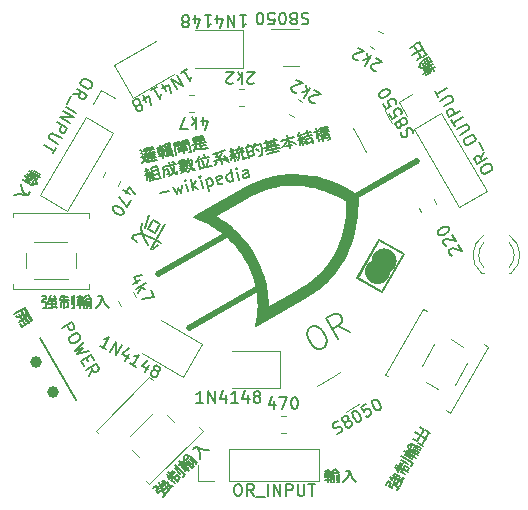
<source format=gbr>
%TF.GenerationSoftware,KiCad,Pcbnew,(6.0.5-0)*%
%TF.CreationDate,2022-06-08T15:31:11+08:00*%
%TF.ProjectId,dtl,64746c2e-6b69-4636-9164-5f7063625858,rev?*%
%TF.SameCoordinates,Original*%
%TF.FileFunction,Legend,Top*%
%TF.FilePolarity,Positive*%
%FSLAX46Y46*%
G04 Gerber Fmt 4.6, Leading zero omitted, Abs format (unit mm)*
G04 Created by KiCad (PCBNEW (6.0.5-0)) date 2022-06-08 15:31:11*
%MOMM*%
%LPD*%
G01*
G04 APERTURE LIST*
%ADD10C,0.150000*%
%ADD11C,0.529166*%
%ADD12C,0.200000*%
%ADD13C,0.120000*%
%ADD14C,1.000000*%
G04 APERTURE END LIST*
D10*
G36*
X226640248Y-63504361D02*
G01*
X224494675Y-62265614D01*
X224501588Y-62253641D01*
X224539398Y-62253641D01*
X226628254Y-63459643D01*
X228461819Y-60283816D01*
X226372963Y-59077813D01*
X224539398Y-62253641D01*
X224501588Y-62253641D01*
X226360976Y-59033084D01*
X226389335Y-59049456D01*
X228506550Y-60271829D01*
X226640248Y-63504361D01*
G37*
X226640248Y-63504361D02*
X224494675Y-62265614D01*
X224501588Y-62253641D01*
X224539398Y-62253641D01*
X226628254Y-63459643D01*
X228461819Y-60283816D01*
X226372963Y-59077813D01*
X224539398Y-62253641D01*
X224501588Y-62253641D01*
X226360976Y-59033084D01*
X226389335Y-59049456D01*
X228506550Y-60271829D01*
X226640248Y-63504361D01*
G36*
X226807592Y-59863531D02*
G01*
X226839759Y-59864598D01*
X226869840Y-59866328D01*
X226896100Y-59868644D01*
X226907256Y-59869998D01*
X226916806Y-59871469D01*
X226924535Y-59873048D01*
X226930224Y-59874726D01*
X226932254Y-59875398D01*
X226934480Y-59876058D01*
X226939435Y-59877329D01*
X226944907Y-59878509D01*
X226950719Y-59879573D01*
X226956690Y-59880487D01*
X226962642Y-59881232D01*
X226968397Y-59881774D01*
X226973773Y-59882090D01*
X226984106Y-59882896D01*
X226996496Y-59884910D01*
X227010722Y-59888045D01*
X227026565Y-59892219D01*
X227043804Y-59897344D01*
X227062219Y-59903340D01*
X227081589Y-59910119D01*
X227101698Y-59917598D01*
X227143238Y-59934320D01*
X227185083Y-59952830D01*
X227205568Y-59962546D01*
X227225469Y-59972455D01*
X227244564Y-59982473D01*
X227262634Y-59992517D01*
X227288082Y-60007565D01*
X227312918Y-60023113D01*
X227337118Y-60039138D01*
X227360660Y-60055623D01*
X227383517Y-60072541D01*
X227405666Y-60089874D01*
X227427082Y-60107600D01*
X227447741Y-60125698D01*
X227467619Y-60144147D01*
X227486691Y-60162926D01*
X227504933Y-60182009D01*
X227522321Y-60201382D01*
X227538830Y-60221020D01*
X227554437Y-60240901D01*
X227569117Y-60261005D01*
X227582845Y-60281309D01*
X227599905Y-60309037D01*
X227617989Y-60340934D01*
X227636073Y-60374905D01*
X227653137Y-60408858D01*
X227668162Y-60440694D01*
X227680127Y-60468324D01*
X227684642Y-60479904D01*
X227688009Y-60489648D01*
X227690102Y-60497293D01*
X227690790Y-60502577D01*
X227690800Y-60504518D01*
X227690889Y-60506467D01*
X227691054Y-60508419D01*
X227691290Y-60510355D01*
X227691593Y-60512263D01*
X227691961Y-60514131D01*
X227692390Y-60515946D01*
X227692872Y-60517695D01*
X227693409Y-60519367D01*
X227693990Y-60520948D01*
X227694619Y-60522422D01*
X227695287Y-60523783D01*
X227695993Y-60525013D01*
X227696729Y-60526102D01*
X227697497Y-60527034D01*
X227697889Y-60527439D01*
X227698286Y-60527800D01*
X227698638Y-60528124D01*
X227698972Y-60528463D01*
X227699288Y-60528820D01*
X227699586Y-60529188D01*
X227699866Y-60529569D01*
X227700126Y-60529964D01*
X227700369Y-60530370D01*
X227700591Y-60530782D01*
X227700792Y-60531204D01*
X227700974Y-60531635D01*
X227701135Y-60532071D01*
X227701274Y-60532512D01*
X227701391Y-60532957D01*
X227701486Y-60533404D01*
X227701558Y-60533853D01*
X227701608Y-60534304D01*
X227701633Y-60534754D01*
X227701637Y-60535200D01*
X227701614Y-60535645D01*
X227701568Y-60536087D01*
X227701498Y-60536522D01*
X227701401Y-60536952D01*
X227701279Y-60537373D01*
X227701131Y-60537788D01*
X227700956Y-60538191D01*
X227700752Y-60538586D01*
X227700524Y-60538966D01*
X227700267Y-60539334D01*
X227699981Y-60539691D01*
X227699667Y-60540029D01*
X227699323Y-60540352D01*
X227698949Y-60540659D01*
X227698575Y-60540969D01*
X227698239Y-60541276D01*
X227697946Y-60541582D01*
X227697691Y-60541881D01*
X227697477Y-60542177D01*
X227697300Y-60542467D01*
X227697160Y-60542752D01*
X227697057Y-60543031D01*
X227696990Y-60543303D01*
X227696958Y-60543570D01*
X227696961Y-60543828D01*
X227696996Y-60544078D01*
X227697065Y-60544320D01*
X227697165Y-60544554D01*
X227697295Y-60544779D01*
X227697458Y-60544993D01*
X227697649Y-60545198D01*
X227697869Y-60545394D01*
X227698116Y-60545578D01*
X227698391Y-60545750D01*
X227698692Y-60545909D01*
X227699019Y-60546058D01*
X227699370Y-60546194D01*
X227699745Y-60546315D01*
X227700142Y-60546425D01*
X227700564Y-60546518D01*
X227701006Y-60546598D01*
X227701468Y-60546664D01*
X227701953Y-60546714D01*
X227702454Y-60546745D01*
X227702973Y-60546763D01*
X227703513Y-60546763D01*
X227704769Y-60547148D01*
X227706151Y-60548403D01*
X227707647Y-60550478D01*
X227709242Y-60553317D01*
X227712685Y-60561062D01*
X227716379Y-60571202D01*
X227720223Y-60583294D01*
X227724117Y-60596901D01*
X227727960Y-60611583D01*
X227731653Y-60626896D01*
X227735091Y-60642407D01*
X227738177Y-60657672D01*
X227740810Y-60672251D01*
X227742889Y-60685709D01*
X227744314Y-60697599D01*
X227744981Y-60707487D01*
X227745003Y-60711541D01*
X227744796Y-60714930D01*
X227744349Y-60717598D01*
X227743651Y-60719490D01*
X227743390Y-60720015D01*
X227743150Y-60720610D01*
X227742939Y-60721272D01*
X227742750Y-60721997D01*
X227742443Y-60723631D01*
X227742227Y-60725491D01*
X227742100Y-60727560D01*
X227742057Y-60729814D01*
X227742095Y-60732240D01*
X227742213Y-60734810D01*
X227742406Y-60737510D01*
X227742669Y-60740320D01*
X227743001Y-60743217D01*
X227743398Y-60746187D01*
X227743859Y-60749203D01*
X227744376Y-60752253D01*
X227744951Y-60755310D01*
X227745576Y-60758361D01*
X227747439Y-60768169D01*
X227748898Y-60779341D01*
X227749958Y-60791781D01*
X227750626Y-60805390D01*
X227750905Y-60820075D01*
X227750802Y-60835741D01*
X227750324Y-60852287D01*
X227749472Y-60869621D01*
X227748256Y-60887644D01*
X227746679Y-60906263D01*
X227744747Y-60925381D01*
X227742466Y-60944900D01*
X227739838Y-60964727D01*
X227736875Y-60984762D01*
X227733576Y-61004912D01*
X227729950Y-61025080D01*
X227718646Y-61075374D01*
X227703712Y-61125792D01*
X227685365Y-61176048D01*
X227663819Y-61225856D01*
X227639291Y-61274926D01*
X227611995Y-61322974D01*
X227582147Y-61369714D01*
X227549961Y-61414858D01*
X227515654Y-61458120D01*
X227479441Y-61499211D01*
X227441537Y-61537848D01*
X227402159Y-61573744D01*
X227361518Y-61606611D01*
X227319836Y-61636160D01*
X227277322Y-61662108D01*
X227234196Y-61684169D01*
X227200000Y-61700000D01*
X227191612Y-61791921D01*
X227188361Y-61824678D01*
X227184679Y-61855791D01*
X227180500Y-61885449D01*
X227175768Y-61913839D01*
X227170421Y-61941158D01*
X227164398Y-61967587D01*
X227157641Y-61993324D01*
X227150086Y-62018551D01*
X227141676Y-62043464D01*
X227132348Y-62068249D01*
X227122044Y-62093098D01*
X227110700Y-62118200D01*
X227098261Y-62143743D01*
X227084662Y-62169918D01*
X227069844Y-62196915D01*
X227053747Y-62224924D01*
X227026028Y-62269302D01*
X226996234Y-62311611D01*
X226964473Y-62351825D01*
X226930847Y-62389927D01*
X226895466Y-62425893D01*
X226858431Y-62459701D01*
X226819849Y-62491332D01*
X226779826Y-62520763D01*
X226738466Y-62547970D01*
X226695876Y-62572935D01*
X226652161Y-62595635D01*
X226607424Y-62616047D01*
X226561775Y-62634151D01*
X226515313Y-62649925D01*
X226468150Y-62663345D01*
X226420385Y-62674392D01*
X226372130Y-62683044D01*
X226323486Y-62689279D01*
X226274558Y-62693074D01*
X226225456Y-62694410D01*
X226176280Y-62693263D01*
X226127137Y-62689613D01*
X226078133Y-62683435D01*
X226029374Y-62674712D01*
X225980963Y-62663420D01*
X225933009Y-62649535D01*
X225885613Y-62633041D01*
X225838884Y-62613912D01*
X225792928Y-62592125D01*
X225747847Y-62567663D01*
X225703747Y-62540501D01*
X225660734Y-62510617D01*
X225611069Y-62471633D01*
X225564505Y-62430151D01*
X225521090Y-62386278D01*
X225480873Y-62340116D01*
X225443902Y-62291773D01*
X225410223Y-62241351D01*
X225379885Y-62188956D01*
X225352937Y-62134693D01*
X225329425Y-62078667D01*
X225309399Y-62020981D01*
X225292905Y-61961743D01*
X225279989Y-61901059D01*
X225270706Y-61839028D01*
X225265095Y-61775760D01*
X225263209Y-61711357D01*
X225265095Y-61645928D01*
X225266298Y-61629594D01*
X225268064Y-61612621D01*
X225270375Y-61595071D01*
X225273213Y-61577010D01*
X225276564Y-61558503D01*
X225280407Y-61539615D01*
X225284729Y-61520415D01*
X225289510Y-61500964D01*
X225300386Y-61461578D01*
X225312893Y-61421981D01*
X225319720Y-61402267D01*
X225326903Y-61382696D01*
X225334428Y-61363336D01*
X225342275Y-61344249D01*
X225356220Y-61311825D01*
X225368464Y-61284706D01*
X225379869Y-61261404D01*
X225385525Y-61250719D01*
X225391293Y-61240427D01*
X225397282Y-61230343D01*
X225403596Y-61220282D01*
X225417642Y-61199481D01*
X225434284Y-61176530D01*
X225454390Y-61149939D01*
X225454586Y-61149630D01*
X225471252Y-61128606D01*
X225489017Y-61107562D01*
X225507744Y-61086611D01*
X225527303Y-61065872D01*
X225547555Y-61045454D01*
X225568369Y-61025474D01*
X225589608Y-61006046D01*
X225611140Y-60987285D01*
X225632829Y-60969302D01*
X225654538Y-60952215D01*
X225676135Y-60936134D01*
X225697486Y-60921178D01*
X225718456Y-60907460D01*
X225738910Y-60895092D01*
X225758713Y-60884191D01*
X225777730Y-60874870D01*
X225815547Y-60857555D01*
X225820775Y-60777092D01*
X225825152Y-60728186D01*
X225831871Y-60679777D01*
X225840884Y-60631962D01*
X225852148Y-60584836D01*
X225865613Y-60538493D01*
X225881234Y-60493034D01*
X225898967Y-60448548D01*
X225918760Y-60405137D01*
X225940571Y-60362891D01*
X225964351Y-60321911D01*
X225990055Y-60282289D01*
X226017636Y-60244121D01*
X226047049Y-60207506D01*
X226078245Y-60172535D01*
X226111180Y-60139308D01*
X226145806Y-60107920D01*
X226173609Y-60085080D01*
X226205458Y-60060628D01*
X226239325Y-60035944D01*
X226273183Y-60012400D01*
X226305003Y-59991374D01*
X226332757Y-59974243D01*
X226354414Y-59962384D01*
X226362323Y-59958859D01*
X226367946Y-59957170D01*
X226369153Y-59956936D01*
X226370888Y-59956468D01*
X226373123Y-59955781D01*
X226375822Y-59954886D01*
X226382495Y-59952529D01*
X226390645Y-59949504D01*
X226400019Y-59945909D01*
X226410365Y-59941858D01*
X226421422Y-59937451D01*
X226432937Y-59932798D01*
X226447140Y-59927288D01*
X226462725Y-59921728D01*
X226479504Y-59916164D01*
X226497276Y-59910643D01*
X226535000Y-59899922D01*
X226574323Y-59889944D01*
X226613657Y-59881092D01*
X226651423Y-59873743D01*
X226669223Y-59870753D01*
X226686039Y-59868281D01*
X226701669Y-59866375D01*
X226715920Y-59865081D01*
X226743940Y-59863695D01*
X226775075Y-59863206D01*
X226807592Y-59863531D01*
G37*
X226807592Y-59863531D02*
X226839759Y-59864598D01*
X226869840Y-59866328D01*
X226896100Y-59868644D01*
X226907256Y-59869998D01*
X226916806Y-59871469D01*
X226924535Y-59873048D01*
X226930224Y-59874726D01*
X226932254Y-59875398D01*
X226934480Y-59876058D01*
X226939435Y-59877329D01*
X226944907Y-59878509D01*
X226950719Y-59879573D01*
X226956690Y-59880487D01*
X226962642Y-59881232D01*
X226968397Y-59881774D01*
X226973773Y-59882090D01*
X226984106Y-59882896D01*
X226996496Y-59884910D01*
X227010722Y-59888045D01*
X227026565Y-59892219D01*
X227043804Y-59897344D01*
X227062219Y-59903340D01*
X227081589Y-59910119D01*
X227101698Y-59917598D01*
X227143238Y-59934320D01*
X227185083Y-59952830D01*
X227205568Y-59962546D01*
X227225469Y-59972455D01*
X227244564Y-59982473D01*
X227262634Y-59992517D01*
X227288082Y-60007565D01*
X227312918Y-60023113D01*
X227337118Y-60039138D01*
X227360660Y-60055623D01*
X227383517Y-60072541D01*
X227405666Y-60089874D01*
X227427082Y-60107600D01*
X227447741Y-60125698D01*
X227467619Y-60144147D01*
X227486691Y-60162926D01*
X227504933Y-60182009D01*
X227522321Y-60201382D01*
X227538830Y-60221020D01*
X227554437Y-60240901D01*
X227569117Y-60261005D01*
X227582845Y-60281309D01*
X227599905Y-60309037D01*
X227617989Y-60340934D01*
X227636073Y-60374905D01*
X227653137Y-60408858D01*
X227668162Y-60440694D01*
X227680127Y-60468324D01*
X227684642Y-60479904D01*
X227688009Y-60489648D01*
X227690102Y-60497293D01*
X227690790Y-60502577D01*
X227690800Y-60504518D01*
X227690889Y-60506467D01*
X227691054Y-60508419D01*
X227691290Y-60510355D01*
X227691593Y-60512263D01*
X227691961Y-60514131D01*
X227692390Y-60515946D01*
X227692872Y-60517695D01*
X227693409Y-60519367D01*
X227693990Y-60520948D01*
X227694619Y-60522422D01*
X227695287Y-60523783D01*
X227695993Y-60525013D01*
X227696729Y-60526102D01*
X227697497Y-60527034D01*
X227697889Y-60527439D01*
X227698286Y-60527800D01*
X227698638Y-60528124D01*
X227698972Y-60528463D01*
X227699288Y-60528820D01*
X227699586Y-60529188D01*
X227699866Y-60529569D01*
X227700126Y-60529964D01*
X227700369Y-60530370D01*
X227700591Y-60530782D01*
X227700792Y-60531204D01*
X227700974Y-60531635D01*
X227701135Y-60532071D01*
X227701274Y-60532512D01*
X227701391Y-60532957D01*
X227701486Y-60533404D01*
X227701558Y-60533853D01*
X227701608Y-60534304D01*
X227701633Y-60534754D01*
X227701637Y-60535200D01*
X227701614Y-60535645D01*
X227701568Y-60536087D01*
X227701498Y-60536522D01*
X227701401Y-60536952D01*
X227701279Y-60537373D01*
X227701131Y-60537788D01*
X227700956Y-60538191D01*
X227700752Y-60538586D01*
X227700524Y-60538966D01*
X227700267Y-60539334D01*
X227699981Y-60539691D01*
X227699667Y-60540029D01*
X227699323Y-60540352D01*
X227698949Y-60540659D01*
X227698575Y-60540969D01*
X227698239Y-60541276D01*
X227697946Y-60541582D01*
X227697691Y-60541881D01*
X227697477Y-60542177D01*
X227697300Y-60542467D01*
X227697160Y-60542752D01*
X227697057Y-60543031D01*
X227696990Y-60543303D01*
X227696958Y-60543570D01*
X227696961Y-60543828D01*
X227696996Y-60544078D01*
X227697065Y-60544320D01*
X227697165Y-60544554D01*
X227697295Y-60544779D01*
X227697458Y-60544993D01*
X227697649Y-60545198D01*
X227697869Y-60545394D01*
X227698116Y-60545578D01*
X227698391Y-60545750D01*
X227698692Y-60545909D01*
X227699019Y-60546058D01*
X227699370Y-60546194D01*
X227699745Y-60546315D01*
X227700142Y-60546425D01*
X227700564Y-60546518D01*
X227701006Y-60546598D01*
X227701468Y-60546664D01*
X227701953Y-60546714D01*
X227702454Y-60546745D01*
X227702973Y-60546763D01*
X227703513Y-60546763D01*
X227704769Y-60547148D01*
X227706151Y-60548403D01*
X227707647Y-60550478D01*
X227709242Y-60553317D01*
X227712685Y-60561062D01*
X227716379Y-60571202D01*
X227720223Y-60583294D01*
X227724117Y-60596901D01*
X227727960Y-60611583D01*
X227731653Y-60626896D01*
X227735091Y-60642407D01*
X227738177Y-60657672D01*
X227740810Y-60672251D01*
X227742889Y-60685709D01*
X227744314Y-60697599D01*
X227744981Y-60707487D01*
X227745003Y-60711541D01*
X227744796Y-60714930D01*
X227744349Y-60717598D01*
X227743651Y-60719490D01*
X227743390Y-60720015D01*
X227743150Y-60720610D01*
X227742939Y-60721272D01*
X227742750Y-60721997D01*
X227742443Y-60723631D01*
X227742227Y-60725491D01*
X227742100Y-60727560D01*
X227742057Y-60729814D01*
X227742095Y-60732240D01*
X227742213Y-60734810D01*
X227742406Y-60737510D01*
X227742669Y-60740320D01*
X227743001Y-60743217D01*
X227743398Y-60746187D01*
X227743859Y-60749203D01*
X227744376Y-60752253D01*
X227744951Y-60755310D01*
X227745576Y-60758361D01*
X227747439Y-60768169D01*
X227748898Y-60779341D01*
X227749958Y-60791781D01*
X227750626Y-60805390D01*
X227750905Y-60820075D01*
X227750802Y-60835741D01*
X227750324Y-60852287D01*
X227749472Y-60869621D01*
X227748256Y-60887644D01*
X227746679Y-60906263D01*
X227744747Y-60925381D01*
X227742466Y-60944900D01*
X227739838Y-60964727D01*
X227736875Y-60984762D01*
X227733576Y-61004912D01*
X227729950Y-61025080D01*
X227718646Y-61075374D01*
X227703712Y-61125792D01*
X227685365Y-61176048D01*
X227663819Y-61225856D01*
X227639291Y-61274926D01*
X227611995Y-61322974D01*
X227582147Y-61369714D01*
X227549961Y-61414858D01*
X227515654Y-61458120D01*
X227479441Y-61499211D01*
X227441537Y-61537848D01*
X227402159Y-61573744D01*
X227361518Y-61606611D01*
X227319836Y-61636160D01*
X227277322Y-61662108D01*
X227234196Y-61684169D01*
X227200000Y-61700000D01*
X227191612Y-61791921D01*
X227188361Y-61824678D01*
X227184679Y-61855791D01*
X227180500Y-61885449D01*
X227175768Y-61913839D01*
X227170421Y-61941158D01*
X227164398Y-61967587D01*
X227157641Y-61993324D01*
X227150086Y-62018551D01*
X227141676Y-62043464D01*
X227132348Y-62068249D01*
X227122044Y-62093098D01*
X227110700Y-62118200D01*
X227098261Y-62143743D01*
X227084662Y-62169918D01*
X227069844Y-62196915D01*
X227053747Y-62224924D01*
X227026028Y-62269302D01*
X226996234Y-62311611D01*
X226964473Y-62351825D01*
X226930847Y-62389927D01*
X226895466Y-62425893D01*
X226858431Y-62459701D01*
X226819849Y-62491332D01*
X226779826Y-62520763D01*
X226738466Y-62547970D01*
X226695876Y-62572935D01*
X226652161Y-62595635D01*
X226607424Y-62616047D01*
X226561775Y-62634151D01*
X226515313Y-62649925D01*
X226468150Y-62663345D01*
X226420385Y-62674392D01*
X226372130Y-62683044D01*
X226323486Y-62689279D01*
X226274558Y-62693074D01*
X226225456Y-62694410D01*
X226176280Y-62693263D01*
X226127137Y-62689613D01*
X226078133Y-62683435D01*
X226029374Y-62674712D01*
X225980963Y-62663420D01*
X225933009Y-62649535D01*
X225885613Y-62633041D01*
X225838884Y-62613912D01*
X225792928Y-62592125D01*
X225747847Y-62567663D01*
X225703747Y-62540501D01*
X225660734Y-62510617D01*
X225611069Y-62471633D01*
X225564505Y-62430151D01*
X225521090Y-62386278D01*
X225480873Y-62340116D01*
X225443902Y-62291773D01*
X225410223Y-62241351D01*
X225379885Y-62188956D01*
X225352937Y-62134693D01*
X225329425Y-62078667D01*
X225309399Y-62020981D01*
X225292905Y-61961743D01*
X225279989Y-61901059D01*
X225270706Y-61839028D01*
X225265095Y-61775760D01*
X225263209Y-61711357D01*
X225265095Y-61645928D01*
X225266298Y-61629594D01*
X225268064Y-61612621D01*
X225270375Y-61595071D01*
X225273213Y-61577010D01*
X225276564Y-61558503D01*
X225280407Y-61539615D01*
X225284729Y-61520415D01*
X225289510Y-61500964D01*
X225300386Y-61461578D01*
X225312893Y-61421981D01*
X225319720Y-61402267D01*
X225326903Y-61382696D01*
X225334428Y-61363336D01*
X225342275Y-61344249D01*
X225356220Y-61311825D01*
X225368464Y-61284706D01*
X225379869Y-61261404D01*
X225385525Y-61250719D01*
X225391293Y-61240427D01*
X225397282Y-61230343D01*
X225403596Y-61220282D01*
X225417642Y-61199481D01*
X225434284Y-61176530D01*
X225454390Y-61149939D01*
X225454586Y-61149630D01*
X225471252Y-61128606D01*
X225489017Y-61107562D01*
X225507744Y-61086611D01*
X225527303Y-61065872D01*
X225547555Y-61045454D01*
X225568369Y-61025474D01*
X225589608Y-61006046D01*
X225611140Y-60987285D01*
X225632829Y-60969302D01*
X225654538Y-60952215D01*
X225676135Y-60936134D01*
X225697486Y-60921178D01*
X225718456Y-60907460D01*
X225738910Y-60895092D01*
X225758713Y-60884191D01*
X225777730Y-60874870D01*
X225815547Y-60857555D01*
X225820775Y-60777092D01*
X225825152Y-60728186D01*
X225831871Y-60679777D01*
X225840884Y-60631962D01*
X225852148Y-60584836D01*
X225865613Y-60538493D01*
X225881234Y-60493034D01*
X225898967Y-60448548D01*
X225918760Y-60405137D01*
X225940571Y-60362891D01*
X225964351Y-60321911D01*
X225990055Y-60282289D01*
X226017636Y-60244121D01*
X226047049Y-60207506D01*
X226078245Y-60172535D01*
X226111180Y-60139308D01*
X226145806Y-60107920D01*
X226173609Y-60085080D01*
X226205458Y-60060628D01*
X226239325Y-60035944D01*
X226273183Y-60012400D01*
X226305003Y-59991374D01*
X226332757Y-59974243D01*
X226354414Y-59962384D01*
X226362323Y-59958859D01*
X226367946Y-59957170D01*
X226369153Y-59956936D01*
X226370888Y-59956468D01*
X226373123Y-59955781D01*
X226375822Y-59954886D01*
X226382495Y-59952529D01*
X226390645Y-59949504D01*
X226400019Y-59945909D01*
X226410365Y-59941858D01*
X226421422Y-59937451D01*
X226432937Y-59932798D01*
X226447140Y-59927288D01*
X226462725Y-59921728D01*
X226479504Y-59916164D01*
X226497276Y-59910643D01*
X226535000Y-59899922D01*
X226574323Y-59889944D01*
X226613657Y-59881092D01*
X226651423Y-59873743D01*
X226669223Y-59870753D01*
X226686039Y-59868281D01*
X226701669Y-59866375D01*
X226715920Y-59865081D01*
X226743940Y-59863695D01*
X226775075Y-59863206D01*
X226807592Y-59863531D01*
D11*
X216467484Y-62982218D02*
X210280815Y-66554093D01*
D12*
G36*
X211467861Y-57448008D02*
G01*
X210687129Y-57154073D01*
X210842678Y-57064267D01*
X212430178Y-57064267D01*
X212771562Y-57262328D01*
X213158457Y-57512290D01*
X213365283Y-57657990D01*
X213579062Y-57818172D01*
X213798318Y-57993340D01*
X214021576Y-58183994D01*
X214247361Y-58390639D01*
X214474197Y-58613774D01*
X214700610Y-58853905D01*
X214925125Y-59111532D01*
X215146264Y-59387160D01*
X215362556Y-59681288D01*
X215572523Y-59994420D01*
X215774691Y-60327057D01*
X215961256Y-60667532D01*
X216127284Y-61005105D01*
X216273918Y-61338748D01*
X216402303Y-61667432D01*
X216513578Y-61990131D01*
X216608888Y-62305814D01*
X216689376Y-62613457D01*
X216756181Y-62912030D01*
X216810451Y-63200505D01*
X216853324Y-63477854D01*
X216885945Y-63743050D01*
X216909457Y-63995065D01*
X216925000Y-64232871D01*
X216933719Y-64455439D01*
X216935254Y-64850753D01*
X219513032Y-63362472D01*
X219741160Y-63229556D01*
X220007287Y-63067012D01*
X220304780Y-62870751D01*
X220627006Y-62636688D01*
X220795320Y-62504203D01*
X220967330Y-62360735D01*
X221142206Y-62205772D01*
X221319119Y-62038804D01*
X221497241Y-61859320D01*
X221675740Y-61666810D01*
X221853790Y-61460762D01*
X222030559Y-61240665D01*
X222199106Y-61013655D01*
X222363135Y-60773111D01*
X222521734Y-60518645D01*
X222673985Y-60249870D01*
X222818973Y-59966396D01*
X222955783Y-59667837D01*
X223083500Y-59353803D01*
X223201208Y-59023906D01*
X223307993Y-58677760D01*
X223402938Y-58314976D01*
X223485127Y-57935164D01*
X223553647Y-57537938D01*
X223607582Y-57122910D01*
X223646015Y-56689691D01*
X223668033Y-56237894D01*
X223672718Y-55767130D01*
X223256359Y-55532159D01*
X222848232Y-55322360D01*
X222448457Y-55136693D01*
X222057148Y-54974116D01*
X221674425Y-54833590D01*
X221300403Y-54714073D01*
X220935203Y-54614526D01*
X220578939Y-54533907D01*
X220231730Y-54471176D01*
X219893694Y-54425291D01*
X219564946Y-54395213D01*
X219245606Y-54379900D01*
X218935790Y-54378313D01*
X218635616Y-54389410D01*
X218345202Y-54412151D01*
X218064664Y-54445495D01*
X217794121Y-54488401D01*
X217533689Y-54539830D01*
X217043629Y-54664090D01*
X216595425Y-54809948D01*
X216190015Y-54969082D01*
X215828341Y-55133164D01*
X215511339Y-55293870D01*
X215015116Y-55571852D01*
X212430178Y-57064267D01*
X210842678Y-57064267D01*
X214618241Y-54884445D01*
X215148776Y-54592347D01*
X215502044Y-54418655D01*
X215910986Y-54239382D01*
X216373356Y-54064165D01*
X216886911Y-53902636D01*
X217449407Y-53764434D01*
X218058597Y-53659191D01*
X218712238Y-53596546D01*
X219055027Y-53584207D01*
X219408086Y-53586131D01*
X219771135Y-53603521D01*
X220143895Y-53637583D01*
X220526084Y-53689521D01*
X220917422Y-53760538D01*
X221317627Y-53851840D01*
X221726420Y-53964630D01*
X222143521Y-54100114D01*
X222568647Y-54259496D01*
X223001520Y-54443979D01*
X223441858Y-54654770D01*
X223889380Y-54893071D01*
X224343807Y-55160088D01*
X224138151Y-55498412D01*
X224533976Y-55489471D01*
X224538239Y-56016646D01*
X224521515Y-56523819D01*
X224484931Y-57011296D01*
X224429608Y-57479385D01*
X224356673Y-57928392D01*
X224267250Y-58358628D01*
X224162463Y-58770396D01*
X224043437Y-59164005D01*
X223911296Y-59539764D01*
X223767165Y-59897978D01*
X223612168Y-60238955D01*
X223447430Y-60563003D01*
X223274075Y-60870429D01*
X223093229Y-61161540D01*
X222906014Y-61436643D01*
X222713557Y-61696048D01*
X222517006Y-61940165D01*
X222317579Y-62169470D01*
X222116501Y-62384369D01*
X221914996Y-62585261D01*
X221714293Y-62772549D01*
X221515615Y-62946635D01*
X221320189Y-63107923D01*
X221129241Y-63256813D01*
X220943995Y-63393707D01*
X220765677Y-63519008D01*
X220434730Y-63736439D01*
X220146206Y-63912324D01*
X219909907Y-64049879D01*
X215978795Y-66319508D01*
X216114606Y-65496407D01*
X216150585Y-65091053D01*
X216157990Y-64624514D01*
X216148088Y-64336991D01*
X216124942Y-64017759D01*
X216085421Y-63670164D01*
X216026393Y-63297554D01*
X215944730Y-62903274D01*
X215837299Y-62490669D01*
X215700969Y-62063087D01*
X215532612Y-61623873D01*
X215329093Y-61176372D01*
X215087284Y-60723932D01*
X214953961Y-60501597D01*
X214816364Y-60288300D01*
X214675050Y-60083910D01*
X214530577Y-59888298D01*
X214383503Y-59701334D01*
X214234385Y-59522888D01*
X214083783Y-59352831D01*
X213932253Y-59191032D01*
X213780353Y-59037362D01*
X213628643Y-58891692D01*
X213477678Y-58753891D01*
X213328017Y-58623829D01*
X213180219Y-58501377D01*
X213034841Y-58386406D01*
X212753576Y-58178382D01*
X212488686Y-57998720D01*
X212244634Y-57846383D01*
X212025883Y-57720331D01*
X211836897Y-57619526D01*
X211682138Y-57542930D01*
X211637054Y-57522177D01*
X211566071Y-57489503D01*
X211467861Y-57448008D01*
G37*
X211467861Y-57448008D02*
X210687129Y-57154073D01*
X210842678Y-57064267D01*
X212430178Y-57064267D01*
X212771562Y-57262328D01*
X213158457Y-57512290D01*
X213365283Y-57657990D01*
X213579062Y-57818172D01*
X213798318Y-57993340D01*
X214021576Y-58183994D01*
X214247361Y-58390639D01*
X214474197Y-58613774D01*
X214700610Y-58853905D01*
X214925125Y-59111532D01*
X215146264Y-59387160D01*
X215362556Y-59681288D01*
X215572523Y-59994420D01*
X215774691Y-60327057D01*
X215961256Y-60667532D01*
X216127284Y-61005105D01*
X216273918Y-61338748D01*
X216402303Y-61667432D01*
X216513578Y-61990131D01*
X216608888Y-62305814D01*
X216689376Y-62613457D01*
X216756181Y-62912030D01*
X216810451Y-63200505D01*
X216853324Y-63477854D01*
X216885945Y-63743050D01*
X216909457Y-63995065D01*
X216925000Y-64232871D01*
X216933719Y-64455439D01*
X216935254Y-64850753D01*
X219513032Y-63362472D01*
X219741160Y-63229556D01*
X220007287Y-63067012D01*
X220304780Y-62870751D01*
X220627006Y-62636688D01*
X220795320Y-62504203D01*
X220967330Y-62360735D01*
X221142206Y-62205772D01*
X221319119Y-62038804D01*
X221497241Y-61859320D01*
X221675740Y-61666810D01*
X221853790Y-61460762D01*
X222030559Y-61240665D01*
X222199106Y-61013655D01*
X222363135Y-60773111D01*
X222521734Y-60518645D01*
X222673985Y-60249870D01*
X222818973Y-59966396D01*
X222955783Y-59667837D01*
X223083500Y-59353803D01*
X223201208Y-59023906D01*
X223307993Y-58677760D01*
X223402938Y-58314976D01*
X223485127Y-57935164D01*
X223553647Y-57537938D01*
X223607582Y-57122910D01*
X223646015Y-56689691D01*
X223668033Y-56237894D01*
X223672718Y-55767130D01*
X223256359Y-55532159D01*
X222848232Y-55322360D01*
X222448457Y-55136693D01*
X222057148Y-54974116D01*
X221674425Y-54833590D01*
X221300403Y-54714073D01*
X220935203Y-54614526D01*
X220578939Y-54533907D01*
X220231730Y-54471176D01*
X219893694Y-54425291D01*
X219564946Y-54395213D01*
X219245606Y-54379900D01*
X218935790Y-54378313D01*
X218635616Y-54389410D01*
X218345202Y-54412151D01*
X218064664Y-54445495D01*
X217794121Y-54488401D01*
X217533689Y-54539830D01*
X217043629Y-54664090D01*
X216595425Y-54809948D01*
X216190015Y-54969082D01*
X215828341Y-55133164D01*
X215511339Y-55293870D01*
X215015116Y-55571852D01*
X212430178Y-57064267D01*
X210842678Y-57064267D01*
X214618241Y-54884445D01*
X215148776Y-54592347D01*
X215502044Y-54418655D01*
X215910986Y-54239382D01*
X216373356Y-54064165D01*
X216886911Y-53902636D01*
X217449407Y-53764434D01*
X218058597Y-53659191D01*
X218712238Y-53596546D01*
X219055027Y-53584207D01*
X219408086Y-53586131D01*
X219771135Y-53603521D01*
X220143895Y-53637583D01*
X220526084Y-53689521D01*
X220917422Y-53760538D01*
X221317627Y-53851840D01*
X221726420Y-53964630D01*
X222143521Y-54100114D01*
X222568647Y-54259496D01*
X223001520Y-54443979D01*
X223441858Y-54654770D01*
X223889380Y-54893071D01*
X224343807Y-55160088D01*
X224138151Y-55498412D01*
X224533976Y-55489471D01*
X224538239Y-56016646D01*
X224521515Y-56523819D01*
X224484931Y-57011296D01*
X224429608Y-57479385D01*
X224356673Y-57928392D01*
X224267250Y-58358628D01*
X224162463Y-58770396D01*
X224043437Y-59164005D01*
X223911296Y-59539764D01*
X223767165Y-59897978D01*
X223612168Y-60238955D01*
X223447430Y-60563003D01*
X223274075Y-60870429D01*
X223093229Y-61161540D01*
X222906014Y-61436643D01*
X222713557Y-61696048D01*
X222517006Y-61940165D01*
X222317579Y-62169470D01*
X222116501Y-62384369D01*
X221914996Y-62585261D01*
X221714293Y-62772549D01*
X221515615Y-62946635D01*
X221320189Y-63107923D01*
X221129241Y-63256813D01*
X220943995Y-63393707D01*
X220765677Y-63519008D01*
X220434730Y-63736439D01*
X220146206Y-63912324D01*
X219909907Y-64049879D01*
X215978795Y-66319508D01*
X216114606Y-65496407D01*
X216150585Y-65091053D01*
X216157990Y-64624514D01*
X216148088Y-64336991D01*
X216124942Y-64017759D01*
X216085421Y-63670164D01*
X216026393Y-63297554D01*
X215944730Y-62903274D01*
X215837299Y-62490669D01*
X215700969Y-62063087D01*
X215532612Y-61623873D01*
X215329093Y-61176372D01*
X215087284Y-60723932D01*
X214953961Y-60501597D01*
X214816364Y-60288300D01*
X214675050Y-60083910D01*
X214530577Y-59888298D01*
X214383503Y-59701334D01*
X214234385Y-59522888D01*
X214083783Y-59352831D01*
X213932253Y-59191032D01*
X213780353Y-59037362D01*
X213628643Y-58891692D01*
X213477678Y-58753891D01*
X213328017Y-58623829D01*
X213180219Y-58501377D01*
X213034841Y-58386406D01*
X212753576Y-58178382D01*
X212488686Y-57998720D01*
X212244634Y-57846383D01*
X212025883Y-57720331D01*
X211836897Y-57619526D01*
X211682138Y-57542930D01*
X211637054Y-57522177D01*
X211566071Y-57489503D01*
X211467861Y-57448008D01*
D11*
X223851731Y-55663777D02*
X229580127Y-52356486D01*
X213592515Y-58531793D02*
X207634982Y-61971376D01*
D10*
X206495052Y-51561425D02*
X207283828Y-51379322D01*
X206966199Y-51697010D02*
X207383786Y-51600602D01*
X206998335Y-51836206D02*
X207369523Y-51750510D01*
X206509374Y-52046834D02*
X206880563Y-51961139D01*
X207041182Y-52021800D02*
X207412371Y-51936104D01*
X207073318Y-52160996D02*
X207490905Y-52064588D01*
X206744977Y-52432286D02*
X207533753Y-52250182D01*
X206452204Y-51375830D02*
X206495052Y-51561425D01*
X206730655Y-51946876D02*
X206816351Y-52318065D01*
X206991173Y-51593501D02*
X207141141Y-52243081D01*
X207176768Y-51550653D02*
X207305311Y-52107436D01*
X206127414Y-51450814D02*
X206298746Y-51557874D01*
X206755630Y-51843367D02*
X206926961Y-51950427D01*
X206491501Y-51757731D02*
X206652121Y-51818392D01*
X206191686Y-51729206D02*
X206352305Y-51789867D01*
X206209559Y-52018309D02*
X206395153Y-51975461D01*
X206434450Y-52357362D01*
X206327390Y-52528693D01*
X206609273Y-51632798D02*
X206537900Y-51747019D01*
X206769892Y-51693459D02*
X206545061Y-51989724D01*
X206844876Y-52018249D02*
X206923411Y-52146733D01*
X206566485Y-52082521D02*
X206609333Y-52268115D01*
X206969749Y-51500704D02*
X206894825Y-51811231D01*
X206684197Y-51322271D02*
X206727045Y-51507865D01*
X206962588Y-51257999D02*
X207005436Y-51443593D01*
X206452204Y-51375830D02*
X207240980Y-51193727D01*
X207237429Y-51390033D01*
X206434450Y-52357362D02*
X206687867Y-52396599D01*
X206976970Y-52378726D01*
X207551507Y-51268651D02*
X208108290Y-51140108D01*
X208222511Y-51211481D02*
X208686497Y-51104361D01*
X207672889Y-51582729D02*
X208136875Y-51475610D01*
X208343893Y-51525559D02*
X208761480Y-51429151D01*
X207715737Y-51768324D02*
X208179723Y-51661204D01*
X208386741Y-51711153D02*
X208804328Y-51614746D01*
X207712186Y-51964630D02*
X208268969Y-51836086D01*
X208383190Y-51907460D02*
X208847176Y-51800340D01*
X208301105Y-51975282D02*
X208718692Y-51878875D01*
X207630041Y-51397135D02*
X207715737Y-51768324D01*
X207787051Y-51018785D02*
X208044138Y-52132351D01*
X207630041Y-51397135D02*
X208094027Y-51290015D01*
X208179723Y-51661204D01*
X208168951Y-50979488D02*
X208222511Y-51211481D01*
X208301045Y-51339965D02*
X208429589Y-51896748D01*
X208208248Y-51361389D02*
X208765031Y-51232845D01*
X208879312Y-51939536D01*
X208168951Y-50979488D02*
X208632937Y-50872369D01*
X208686497Y-51104361D01*
X209000575Y-50982979D02*
X209464561Y-50875860D01*
X209696553Y-50822300D02*
X210206938Y-50704468D01*
X209043423Y-51168573D02*
X209507408Y-51061454D01*
X209739401Y-51007894D02*
X210249786Y-50890063D01*
X209386086Y-51382693D02*
X210035666Y-51232726D01*
X209428934Y-51568288D02*
X210078514Y-51418320D01*
X210224871Y-51628889D02*
X210410465Y-51586041D01*
X208968439Y-50843783D02*
X209204102Y-51864552D01*
X209353950Y-51243497D02*
X209439646Y-51614686D01*
X208968439Y-50843783D02*
X209478823Y-50725952D01*
X209553807Y-51050742D01*
X209678740Y-51168514D02*
X209807283Y-51725297D01*
X209664418Y-50683104D02*
X209739401Y-51007894D01*
X209353950Y-51243497D02*
X210003530Y-51093530D01*
X210089226Y-51464719D01*
X209664418Y-50683104D02*
X210174802Y-50565273D01*
X210410465Y-51586041D01*
X210624525Y-50608061D02*
X211459699Y-50415246D01*
X210667373Y-50793655D02*
X211502547Y-50600840D01*
X210524626Y-51022097D02*
X211730989Y-50743586D01*
X211181367Y-51114835D02*
X211691752Y-50997003D01*
X210592389Y-50468865D02*
X210667373Y-50793655D01*
X211174206Y-50872130D02*
X211281326Y-51336116D01*
X210592389Y-50468865D02*
X211427563Y-50276050D01*
X211502547Y-50600840D01*
X210824442Y-51050623D02*
X210688856Y-51521770D01*
X210774492Y-51257641D02*
X211038621Y-51343277D01*
X211477632Y-51339666D01*
X211895219Y-51243259D01*
X207132063Y-53262195D02*
X207642448Y-53144364D01*
X206571730Y-53587045D02*
X207035716Y-53479925D01*
X207207047Y-53586985D02*
X207717431Y-53469154D01*
X207142835Y-53943911D02*
X207885212Y-53772520D01*
X206839409Y-53476375D02*
X206967953Y-54033158D01*
X207057080Y-52937405D02*
X207282031Y-53911775D01*
X207057080Y-52937405D02*
X207567464Y-52819574D01*
X207792415Y-53793944D01*
X206532433Y-53205144D02*
X206750163Y-53301492D01*
X206618128Y-53576333D01*
X207021453Y-53629833D02*
X207110699Y-53804715D01*
X206900071Y-53315755D02*
X207046427Y-53526324D01*
X206618069Y-52941016D02*
X206589543Y-53240831D01*
X206835799Y-53037364D02*
X206750163Y-53301492D01*
X206685951Y-53658418D02*
X206714536Y-53993920D01*
X208063586Y-52851650D02*
X209130753Y-52605275D01*
X208409859Y-53504781D02*
X208549055Y-53472645D01*
X208127857Y-53130041D02*
X208452647Y-53055058D01*
X208549055Y-53472645D01*
X208809514Y-52483952D02*
X209062930Y-52523190D01*
X209034405Y-52823005D02*
X208970193Y-53179931D01*
X208756073Y-53522594D01*
X208581191Y-53611841D01*
X208063586Y-52851650D02*
X208181417Y-53362034D01*
X208163604Y-53708248D01*
X208613207Y-52480402D02*
X208677479Y-52758793D01*
X208977354Y-53422636D01*
X209287881Y-53497560D01*
X209280720Y-53254855D01*
X209362746Y-52551715D02*
X210058724Y-52391036D01*
X209487679Y-52669487D02*
X209998063Y-52551656D01*
X209505552Y-52958590D02*
X210062335Y-52830047D01*
X209491289Y-53108498D02*
X210187268Y-52947819D01*
X209473416Y-52819395D02*
X209551951Y-52947878D01*
X209423407Y-52391096D02*
X209487679Y-52669487D01*
X209423407Y-52391096D02*
X209933791Y-52273264D01*
X209998063Y-52551656D01*
X209473416Y-52819395D02*
X210030199Y-52690851D01*
X210062335Y-52830047D01*
X210487083Y-52976344D02*
X210772636Y-53154777D01*
X210429973Y-52940658D02*
X210215853Y-53283321D01*
X210272904Y-52683690D02*
X210612016Y-53094116D01*
X209651909Y-53169159D02*
X210112344Y-53258346D01*
X210494185Y-52583732D02*
X210415710Y-53090565D01*
X209633976Y-52244739D02*
X209737545Y-52905031D01*
X209673333Y-53261957D01*
X210162233Y-52416011D02*
X210487083Y-52976344D01*
X210162233Y-52416011D02*
X210533422Y-52330315D01*
X210429973Y-52940658D01*
X210144360Y-52126907D02*
X210133708Y-52715826D01*
X210012386Y-53037065D02*
X209916038Y-53254795D01*
X209612671Y-53422576D01*
X211183002Y-52180348D02*
X211971778Y-51998244D01*
X211318707Y-52979835D02*
X212200280Y-52776308D01*
X211033094Y-52166085D02*
X211236622Y-53047658D01*
X211536318Y-51805548D02*
X211600589Y-52083940D01*
X211864718Y-52169576D02*
X211829091Y-52862004D01*
X211400732Y-52276695D02*
X211564962Y-52776368D01*
X211083044Y-51959067D02*
X211008120Y-52269594D01*
X210865373Y-52498036D01*
X212346577Y-52351560D02*
X213460143Y-52094473D01*
X212949758Y-52212304D02*
X213046166Y-52629891D01*
X213260286Y-52287228D02*
X213363795Y-52312203D01*
X213638636Y-52444238D01*
X213231701Y-51951726D02*
X213527965Y-52176558D01*
X212657104Y-52426484D02*
X212478671Y-52712036D01*
X213310175Y-51444893D02*
X212728418Y-51676945D01*
X212310831Y-51773353D01*
X212682019Y-51687657D02*
X212514298Y-52019609D01*
X212814113Y-52048134D01*
X213074632Y-51694759D02*
X212717766Y-52265864D01*
X214131087Y-51401985D02*
X214827066Y-51241306D01*
X214252469Y-51716063D02*
X214855651Y-51576808D01*
X213763509Y-51926692D02*
X214181096Y-51830284D01*
X214809312Y-52222837D02*
X215087703Y-52158565D01*
X214031188Y-51816022D02*
X214159732Y-52372805D01*
X214459428Y-51130695D02*
X214502276Y-51316290D01*
X214737879Y-51701741D02*
X214855710Y-52212125D01*
X215055567Y-52019370D02*
X215087703Y-52158565D01*
X214673607Y-51423349D02*
X214902049Y-51566096D01*
X213724212Y-51544791D02*
X213906255Y-51698250D01*
X213809907Y-51915980D01*
X214166833Y-51980192D02*
X214291766Y-52097964D01*
X214091850Y-51655402D02*
X214191808Y-51876683D01*
X213809848Y-51280663D02*
X213781322Y-51580478D01*
X213981179Y-51387723D02*
X213952654Y-51687538D01*
X214409478Y-51337714D02*
X214345266Y-51694639D01*
X213888442Y-52044464D02*
X213849204Y-52297881D01*
X214470199Y-51812411D02*
X214498785Y-52147913D01*
X214391725Y-52319245D01*
X215201865Y-51594621D02*
X215665850Y-51487502D01*
X215298272Y-52012209D02*
X215762258Y-51905089D01*
X216154871Y-51912191D02*
X216433262Y-51847919D01*
X215116169Y-51223433D02*
X215319696Y-52105006D01*
X215116169Y-51223433D02*
X215580155Y-51116313D01*
X215762258Y-51905089D01*
X215922818Y-51330433D02*
X216219083Y-51555265D01*
X215294602Y-50937880D02*
X215255365Y-51191297D01*
X215851385Y-50809337D02*
X215726512Y-51326882D01*
X215812148Y-51062753D02*
X216322532Y-50944922D01*
X216429652Y-51408908D01*
X216433262Y-51847919D01*
X216590211Y-50834252D02*
X217703777Y-50577165D01*
X216900739Y-50909176D02*
X217503920Y-50769920D01*
X216943587Y-51094770D02*
X217546768Y-50955515D01*
X216650932Y-51308949D02*
X217857295Y-51030439D01*
X216982884Y-51476670D02*
X217632464Y-51326703D01*
X216850849Y-51751511D02*
X217871618Y-51515848D01*
X217275538Y-51262491D02*
X217361233Y-51633680D01*
X216825755Y-50584386D02*
X216975722Y-51233966D01*
X216808001Y-51565917D01*
X217428937Y-50445130D02*
X217578904Y-51094710D01*
X217714549Y-51258881D01*
X217967966Y-51298118D01*
X218060703Y-50641377D02*
X219174269Y-50384290D01*
X218467638Y-51133888D02*
X219024421Y-51005344D01*
X218542502Y-50188043D02*
X218799589Y-51301609D01*
X218617486Y-50512833D02*
X218556825Y-50673453D01*
X218271332Y-51130337D01*
X218142848Y-51208872D01*
X218617486Y-50512833D02*
X218753131Y-50677004D01*
X219142193Y-50880411D01*
X219349211Y-50930361D01*
X219930909Y-50062991D02*
X220626887Y-49902312D01*
X220041579Y-50330670D02*
X220691159Y-50180703D01*
X219516932Y-50598410D02*
X219980918Y-50491290D01*
X220216521Y-50876741D02*
X220726905Y-50758910D01*
X219784612Y-50487739D02*
X219913155Y-51044522D01*
X220141537Y-50551951D02*
X220237945Y-50969538D01*
X220259250Y-49791701D02*
X220366369Y-50255687D01*
X220141537Y-50551951D02*
X220651922Y-50434120D01*
X220794728Y-50840995D01*
X219477635Y-50216509D02*
X219706077Y-50359255D01*
X219563331Y-50587698D01*
X219966655Y-50641198D02*
X220055902Y-50816080D01*
X219845273Y-50327120D02*
X219991630Y-50537689D01*
X219563271Y-49952380D02*
X219534746Y-50252196D01*
X219781001Y-50048728D02*
X219706077Y-50359255D01*
X219631153Y-50669783D02*
X219659738Y-51005285D01*
X221312154Y-49695234D02*
X222008133Y-49534554D01*
X221390689Y-49823717D02*
X222040269Y-49673750D01*
X220880304Y-49941549D02*
X221297891Y-49845141D01*
X221376426Y-49973625D02*
X222118803Y-49802234D01*
X221497808Y-50287703D02*
X222100990Y-50148448D01*
X221447859Y-50494721D02*
X222236635Y-50312618D01*
X222001091Y-50562484D02*
X222186685Y-50519636D01*
X221048025Y-49609598D02*
X221305112Y-50723164D01*
X221465672Y-50148507D02*
X221583504Y-50658892D01*
X221465613Y-49513190D02*
X221562020Y-49930777D01*
X221701216Y-49898641D02*
X221808335Y-50362627D01*
X221790403Y-49438206D02*
X221886810Y-49855794D01*
X221465672Y-50148507D02*
X222068854Y-50009252D01*
X222186685Y-50519636D01*
X221155145Y-50073583D02*
X221326476Y-50180643D01*
X221101585Y-49841591D02*
X221090933Y-50430509D01*
X207847610Y-55091450D02*
X208589987Y-54920058D01*
X208896904Y-54555971D02*
X209232465Y-55162703D01*
X209310940Y-54655870D01*
X209603654Y-55077008D01*
X209639281Y-54384580D01*
X210160437Y-54948464D02*
X210010469Y-54298884D01*
X209935486Y-53974094D02*
X209899799Y-54031205D01*
X209956910Y-54066891D01*
X209992596Y-54009781D01*
X209935486Y-53974094D01*
X209956910Y-54066891D01*
X210624423Y-54841345D02*
X210399471Y-53866975D01*
X210631524Y-54448732D02*
X210995611Y-54755649D01*
X210845644Y-54106069D02*
X210560151Y-54562953D01*
X211413198Y-54659242D02*
X211263231Y-54009662D01*
X211188247Y-53684871D02*
X211152561Y-53741982D01*
X211209671Y-53777669D01*
X211245358Y-53720558D01*
X211188247Y-53684871D01*
X211209671Y-53777669D01*
X211727217Y-53902542D02*
X211952168Y-54876912D01*
X211737929Y-53948941D02*
X211820014Y-53881118D01*
X212005608Y-53838270D01*
X212109117Y-53863245D01*
X212166228Y-53898932D01*
X212234050Y-53981017D01*
X212298322Y-54259408D01*
X212273347Y-54362917D01*
X212237661Y-54420028D01*
X212155575Y-54487850D01*
X211969981Y-54530698D01*
X211866472Y-54505723D01*
X213119234Y-54216501D02*
X213037148Y-54284323D01*
X212851554Y-54327171D01*
X212748045Y-54302196D01*
X212680223Y-54220111D01*
X212594527Y-53848922D01*
X212619502Y-53745413D01*
X212701587Y-53677591D01*
X212887181Y-53634743D01*
X212990690Y-53659718D01*
X213058513Y-53741803D01*
X213079937Y-53834600D01*
X212637375Y-54034517D01*
X214011518Y-54059372D02*
X213786567Y-53085002D01*
X214000807Y-54012974D02*
X213918721Y-54080796D01*
X213733127Y-54123644D01*
X213629618Y-54098669D01*
X213572507Y-54062983D01*
X213504685Y-53980897D01*
X213440413Y-53702506D01*
X213465388Y-53598997D01*
X213501074Y-53541886D01*
X213583160Y-53474064D01*
X213768754Y-53431216D01*
X213872263Y-53456191D01*
X214475504Y-53952253D02*
X214325537Y-53302672D01*
X214250553Y-52977882D02*
X214214867Y-53034993D01*
X214271977Y-53070680D01*
X214307664Y-53013569D01*
X214250553Y-52977882D01*
X214271977Y-53070680D01*
X215357077Y-53748725D02*
X215239246Y-53238341D01*
X215171423Y-53156256D01*
X215067914Y-53131281D01*
X214882320Y-53174129D01*
X214800235Y-53241952D01*
X215346365Y-53702327D02*
X215264280Y-53770149D01*
X215032287Y-53823709D01*
X214928778Y-53798734D01*
X214860956Y-53716649D01*
X214839532Y-53623852D01*
X214864506Y-53520343D01*
X214946591Y-53452520D01*
X215178584Y-53398961D01*
X215260670Y-53331138D01*
X221757953Y-78627669D02*
X222234144Y-78627669D01*
X222472239Y-78770526D02*
X222805572Y-78770526D01*
X221805572Y-78961002D02*
X222186525Y-78961002D01*
X222329382Y-79151478D02*
X222567477Y-79151478D01*
X221805572Y-79151478D02*
X222186525Y-79151478D01*
X222329382Y-79294335D02*
X222567477Y-79294335D01*
X221757953Y-79341954D02*
X222234144Y-79341954D01*
X222805572Y-79580049D02*
X222948429Y-79580049D01*
X221805572Y-78770526D02*
X221805572Y-79151478D01*
X221996048Y-78437192D02*
X221996048Y-79580049D01*
X221805572Y-78770526D02*
X222234144Y-78770526D01*
X222234144Y-79151478D01*
X222329382Y-78961002D02*
X222329382Y-79580049D01*
X222757953Y-78961002D02*
X222757953Y-79389573D01*
X222948429Y-78913383D02*
X222948429Y-79580049D01*
X222662715Y-78437192D02*
X222948429Y-78770526D01*
X222615096Y-78437192D02*
X222281763Y-78770526D01*
X222329382Y-78961002D02*
X222567477Y-78961002D01*
X222567477Y-79580049D01*
X222472239Y-79580049D01*
X223519858Y-78580049D02*
X223853191Y-78580049D01*
X223948429Y-78865764D01*
X224091286Y-79246716D01*
X224424620Y-79580049D01*
X223853191Y-78675288D02*
X223805572Y-78961002D01*
X223662715Y-79246716D01*
X223329382Y-79580049D01*
X208226403Y-57738919D02*
X207035927Y-59800884D01*
X207223901Y-57380067D02*
X206795329Y-58122374D01*
X207801251Y-57713400D02*
X207223901Y-57380067D01*
X207801251Y-57713400D02*
X207372679Y-58455708D01*
X206795329Y-58122374D01*
X206084462Y-58591727D02*
X205611691Y-58648687D01*
X207651556Y-59496489D02*
X207248504Y-59813644D01*
X206801251Y-59445451D02*
X206449236Y-58912301D01*
X206240079Y-58131715D01*
X206313217Y-57624084D01*
X205833608Y-59216696D02*
X205468834Y-58896123D01*
X205611691Y-58648687D01*
X206500274Y-58061996D02*
X206906746Y-56977014D01*
X207876892Y-59296672D02*
X207299541Y-58963339D01*
X206132081Y-58509248D01*
X197623488Y-53454060D02*
X197385393Y-53866453D01*
X197142628Y-54001221D02*
X196975961Y-54289896D01*
X197311004Y-53328632D02*
X197120528Y-53658547D01*
X196884142Y-53687027D02*
X196765094Y-53893223D01*
X197146047Y-53233394D02*
X196955570Y-53563309D01*
X196760424Y-53615598D02*
X196641376Y-53821795D01*
X197004899Y-53096917D02*
X196766804Y-53509310D01*
X196274893Y-53885134D02*
X196203464Y-54008852D01*
X197475961Y-53423870D02*
X197146047Y-53233394D01*
X197669398Y-53755494D02*
X196679655Y-53184066D01*
X197475961Y-53423870D02*
X197261675Y-53795024D01*
X196931761Y-53604548D01*
X197049099Y-53782265D02*
X196512988Y-53472741D01*
X196834813Y-54153418D02*
X196463660Y-53939133D01*
X196780814Y-54342185D02*
X196203464Y-54008852D01*
X197336065Y-54332845D02*
X196904532Y-54413614D01*
X197359874Y-54291605D02*
X197237866Y-53836263D01*
X197049099Y-53782265D02*
X196930051Y-53988461D01*
X196393940Y-53678937D01*
X196441559Y-53596459D01*
X196783775Y-55003723D02*
X196617109Y-55292399D01*
X196322054Y-55232020D01*
X195920711Y-55165262D01*
X195465369Y-55287270D01*
X196534630Y-55244780D02*
X196311004Y-55060683D01*
X196134996Y-54794108D01*
X196012988Y-54338766D01*
X220421398Y-66546734D02*
X220751312Y-66356257D01*
X220963889Y-66343498D01*
X221224084Y-66413217D01*
X221497039Y-66695512D01*
X221830372Y-67272863D01*
X221938370Y-67650396D01*
X221868650Y-67910591D01*
X221751312Y-68088308D01*
X221421398Y-68278784D01*
X221208822Y-68291544D01*
X220948626Y-68221825D01*
X220675671Y-67939529D01*
X220342338Y-67362179D01*
X220234341Y-66984646D01*
X220304060Y-66724450D01*
X220421398Y-66546734D01*
X223895756Y-66850213D02*
X222842215Y-66358760D01*
X222906013Y-67421642D02*
X221906013Y-65689591D01*
X222565842Y-65308638D01*
X222778418Y-65295879D01*
X222908516Y-65330738D01*
X223086232Y-65448077D01*
X223229089Y-65695512D01*
X223241849Y-65908089D01*
X223206989Y-66038186D01*
X223089651Y-66215903D01*
X222429822Y-66596855D01*
X196270344Y-64867078D02*
X196508440Y-65279471D01*
X196627487Y-65485668D02*
X196889392Y-65939300D01*
X196064148Y-64986126D02*
X196302243Y-65398519D01*
X196421291Y-65604716D02*
X196683195Y-66058348D01*
X196100717Y-65239942D02*
X196481669Y-65899770D01*
X195870711Y-65317750D02*
X196299282Y-66060057D01*
X195986798Y-66185485D02*
X196105845Y-66391681D01*
X196394062Y-64795650D02*
X195486798Y-65319459D01*
X196394062Y-64795650D02*
X196632157Y-65208043D01*
X196343482Y-65374710D01*
X196751205Y-65414239D02*
X196462530Y-65580906D01*
X196362622Y-65693574D02*
X195867750Y-65979288D01*
X196751205Y-65414239D02*
X197013110Y-65867872D01*
X196105845Y-66391681D01*
X196154716Y-65428708D02*
X195866040Y-65595375D01*
X195694704Y-65584325D01*
X195605845Y-65525656D01*
X230367463Y-45095939D02*
X230129368Y-44683546D01*
X230134038Y-44405921D02*
X229967371Y-44117246D01*
X230632329Y-44888033D02*
X230441852Y-44558119D01*
X230535381Y-44339163D02*
X230416333Y-44132966D01*
X230797286Y-44792795D02*
X230606810Y-44462881D01*
X230659099Y-44267734D02*
X230540051Y-44061538D01*
X230986053Y-44738796D02*
X230747957Y-44326403D01*
X230668440Y-43712484D02*
X230597011Y-43588766D01*
X230467371Y-44983271D02*
X230797286Y-44792795D01*
X230083458Y-44984981D02*
X231073201Y-44413552D01*
X230467371Y-44983271D02*
X230253086Y-44612118D01*
X230583000Y-44421642D01*
X230370424Y-44434401D02*
X230906535Y-44124877D01*
X230156138Y-44063247D02*
X230527292Y-43848962D01*
X230019661Y-43922100D02*
X230597011Y-43588766D01*
X229750125Y-44407631D02*
X229895943Y-43993528D01*
X229773934Y-44448870D02*
X230229276Y-44570878D01*
X230370424Y-44434401D02*
X230251376Y-44228204D01*
X230787487Y-43918681D01*
X230835106Y-44001159D01*
X229894233Y-43609615D02*
X229322805Y-42619872D01*
X230371675Y-43388949D02*
X229752628Y-42316728D01*
X230041761Y-43579426D02*
X230454154Y-43341330D01*
X229564319Y-43800091D02*
X229894233Y-43609615D01*
X229154887Y-43376648D02*
X230062151Y-42852838D01*
X228992890Y-42810348D02*
X229322805Y-42619872D01*
X229422713Y-42507204D02*
X229835106Y-42269108D01*
%TO.C,SW2*%
X199503464Y-66526084D02*
X200369490Y-66026084D01*
X200559966Y-66355998D01*
X200566346Y-66462286D01*
X200548916Y-66527335D01*
X200490247Y-66616193D01*
X200366529Y-66687622D01*
X200260241Y-66694002D01*
X200195192Y-66676572D01*
X200106333Y-66617903D01*
X199915857Y-66287988D01*
X200964728Y-67057066D02*
X201059966Y-67222024D01*
X201066346Y-67328312D01*
X201031486Y-67458409D01*
X200890338Y-67594887D01*
X200601663Y-67761553D01*
X200412896Y-67815552D01*
X200282799Y-67780693D01*
X200193940Y-67722024D01*
X200098702Y-67557066D01*
X200092323Y-67450778D01*
X200127182Y-67320681D01*
X200268330Y-67184203D01*
X200557005Y-67017536D01*
X200745772Y-66963538D01*
X200875869Y-66998397D01*
X200964728Y-67057066D01*
X201345680Y-67716895D02*
X200598702Y-68423092D01*
X201312530Y-68230906D01*
X200789178Y-68753006D01*
X201774252Y-68459203D01*
X201552335Y-69027212D02*
X201719001Y-69315887D01*
X201336798Y-69701510D02*
X201098702Y-69289117D01*
X201964728Y-68789117D01*
X202202823Y-69201510D01*
X201836798Y-70567536D02*
X202082524Y-70040765D01*
X201551083Y-70072664D02*
X202417109Y-69572664D01*
X202607585Y-69902578D01*
X202613965Y-70008866D01*
X202596535Y-70073915D01*
X202537866Y-70162774D01*
X202414148Y-70234202D01*
X202307860Y-70240582D01*
X202242811Y-70223152D01*
X202153952Y-70164483D01*
X201963476Y-69834569D01*
%TO.C,SW6*%
X227227182Y-79878357D02*
X227370039Y-79630921D01*
X227836431Y-79680249D02*
X228145955Y-79144138D01*
X227887011Y-80259309D02*
X228006059Y-80053112D01*
X226955937Y-79776739D02*
X227122603Y-79488064D01*
X227370039Y-79630921D01*
X227588995Y-79537392D02*
X227836431Y-79680249D01*
X227588995Y-79537392D02*
X227898519Y-79001281D01*
X228145955Y-79144138D01*
X228245863Y-79256806D02*
X228506059Y-79187087D01*
X227497176Y-78934523D02*
X227757371Y-78864804D01*
X227227182Y-79878357D02*
X227450808Y-80062453D01*
X227576236Y-79749968D01*
X227782432Y-79869016D01*
X228006059Y-80053112D01*
X228101297Y-79888155D02*
X228352151Y-79263186D01*
X227271840Y-79134340D02*
X227447848Y-79400915D01*
X227733562Y-78906043D01*
X227590705Y-79153479D02*
X228250534Y-79534431D01*
X227865369Y-78487270D02*
X228174893Y-77951159D01*
X227982707Y-78664987D02*
X228387469Y-77963919D01*
X228780723Y-78520878D02*
X228875961Y-78355921D01*
X229101297Y-78156104D02*
X229220344Y-77949908D01*
X228236523Y-78701556D02*
X228566437Y-78892032D01*
X227802030Y-78120787D02*
X228791773Y-78692215D01*
X228236523Y-78701556D02*
X228546047Y-78165445D01*
X228875961Y-78355921D01*
X228235271Y-77656104D02*
X228812622Y-77989438D01*
X228230601Y-77378479D02*
X229220344Y-77949908D01*
X227748031Y-78309554D02*
X227965277Y-78599938D01*
X228514606Y-77267521D02*
X228752701Y-76855128D01*
X228995467Y-76720360D02*
X229162133Y-76431685D01*
X228827091Y-77392948D02*
X229017567Y-77063034D01*
X229253952Y-77034554D02*
X229373000Y-76828357D01*
X228992048Y-77488186D02*
X229182524Y-77158272D01*
X229377670Y-77105983D02*
X229496718Y-76899786D01*
X229133195Y-77624664D02*
X229371291Y-77212271D01*
X229863201Y-76836447D02*
X229934630Y-76712729D01*
X228662133Y-77297710D02*
X228992048Y-77488186D01*
X228468696Y-76966086D02*
X229458440Y-77537515D01*
X228662133Y-77297710D02*
X228876419Y-76926556D01*
X229206333Y-77117033D01*
X229088995Y-76939316D02*
X229625106Y-77248840D01*
X229303281Y-76568162D02*
X229674435Y-76782448D01*
X229357280Y-76379395D02*
X229934630Y-76712729D01*
X228802030Y-76388736D02*
X229233562Y-76307967D01*
X228778220Y-76429975D02*
X228900229Y-76885317D01*
X229088995Y-76939316D02*
X229208043Y-76733119D01*
X229744154Y-77042643D01*
X229696535Y-77125122D01*
X229565186Y-76114530D02*
X230136614Y-75124786D01*
X229995009Y-76417674D02*
X230614056Y-75345452D01*
X229665094Y-76227198D02*
X230077487Y-76465293D01*
X229235271Y-75924054D02*
X229565186Y-76114530D01*
X229397268Y-75357753D02*
X230304532Y-75881563D01*
X229806700Y-74934310D02*
X230136614Y-75124786D01*
X230284142Y-75154976D02*
X230696535Y-75393071D01*
%TO.C,R19*%
X232536880Y-60392056D02*
X232471831Y-60374626D01*
X232382973Y-60315957D01*
X232263925Y-60109761D01*
X232257545Y-60003472D01*
X232274975Y-59938424D01*
X232333644Y-59849565D01*
X232416123Y-59801946D01*
X232563650Y-59771757D01*
X233344236Y-59980914D01*
X233034712Y-59444803D01*
X232060689Y-59567270D02*
X231995640Y-59549840D01*
X231906782Y-59491171D01*
X231787734Y-59284974D01*
X231781355Y-59178686D01*
X231798784Y-59113637D01*
X231857454Y-59024779D01*
X231939932Y-58977160D01*
X232087460Y-58946971D01*
X232868046Y-59156128D01*
X232558522Y-58620017D01*
X231382973Y-58583906D02*
X231335353Y-58501428D01*
X231328974Y-58395139D01*
X231346404Y-58330091D01*
X231405073Y-58241232D01*
X231546220Y-58104755D01*
X231752417Y-57985707D01*
X231941184Y-57931708D01*
X232047472Y-57925329D01*
X232112521Y-57942759D01*
X232201379Y-58001428D01*
X232248998Y-58083906D01*
X232255378Y-58190194D01*
X232237948Y-58255243D01*
X232179279Y-58344102D01*
X232038131Y-58480579D01*
X231831935Y-58599627D01*
X231643168Y-58653625D01*
X231536880Y-58660005D01*
X231471831Y-58642575D01*
X231382973Y-58583906D01*
%TO.C,Q4*%
X222805372Y-75474233D02*
X222952900Y-75444043D01*
X223159096Y-75324996D01*
X223217765Y-75236137D01*
X223235195Y-75171089D01*
X223228816Y-75064800D01*
X223181196Y-74982322D01*
X223092338Y-74923653D01*
X223027289Y-74906223D01*
X222921001Y-74912603D01*
X222732234Y-74966602D01*
X222625946Y-74972981D01*
X222560897Y-74955552D01*
X222472039Y-74896882D01*
X222424420Y-74814404D01*
X222418040Y-74708116D01*
X222435470Y-74643067D01*
X222494139Y-74554208D01*
X222700336Y-74435161D01*
X222847863Y-74404972D01*
X223533211Y-74449172D02*
X223426923Y-74455552D01*
X223361874Y-74438122D01*
X223273016Y-74379453D01*
X223249206Y-74338213D01*
X223242826Y-74231925D01*
X223260256Y-74166876D01*
X223318925Y-74078018D01*
X223483882Y-73982780D01*
X223590171Y-73976400D01*
X223655219Y-73993830D01*
X223744078Y-74052499D01*
X223767887Y-74093738D01*
X223774267Y-74200026D01*
X223756837Y-74265075D01*
X223698168Y-74353934D01*
X223533211Y-74449172D01*
X223474542Y-74538030D01*
X223457112Y-74603079D01*
X223463492Y-74709367D01*
X223558730Y-74874324D01*
X223647588Y-74932993D01*
X223712637Y-74950423D01*
X223818925Y-74944043D01*
X223983882Y-74848805D01*
X224042552Y-74759947D01*
X224059981Y-74694898D01*
X224053602Y-74588610D01*
X223958364Y-74423653D01*
X223869505Y-74364984D01*
X223804456Y-74347554D01*
X223698168Y-74353934D01*
X224184951Y-73578018D02*
X224267429Y-73530399D01*
X224373717Y-73524019D01*
X224438766Y-73541449D01*
X224527625Y-73600118D01*
X224664102Y-73741266D01*
X224783150Y-73947462D01*
X224837148Y-74136229D01*
X224843528Y-74242517D01*
X224826098Y-74307566D01*
X224767429Y-74396424D01*
X224684951Y-74444043D01*
X224578663Y-74450423D01*
X224513614Y-74432993D01*
X224424755Y-74374324D01*
X224288278Y-74233177D01*
X224169230Y-74026980D01*
X224115232Y-73838213D01*
X224108852Y-73731925D01*
X224126282Y-73666876D01*
X224184951Y-73578018D01*
X225257173Y-72958970D02*
X224844780Y-73197066D01*
X225041635Y-73633268D01*
X225059065Y-73568219D01*
X225117734Y-73479361D01*
X225323931Y-73360313D01*
X225430219Y-73353934D01*
X225495268Y-73371363D01*
X225584126Y-73430033D01*
X225703174Y-73636229D01*
X225709554Y-73742517D01*
X225692124Y-73807566D01*
X225633455Y-73896424D01*
X225427258Y-74015472D01*
X225320970Y-74021852D01*
X225255921Y-74004422D01*
X225834523Y-72625637D02*
X225917001Y-72578018D01*
X226023290Y-72571638D01*
X226088338Y-72589068D01*
X226177197Y-72647737D01*
X226313674Y-72788885D01*
X226432722Y-72995081D01*
X226486721Y-73183848D01*
X226493100Y-73290136D01*
X226475671Y-73355185D01*
X226417001Y-73444043D01*
X226334523Y-73491662D01*
X226228235Y-73498042D01*
X226163186Y-73480612D01*
X226074328Y-73421943D01*
X225937850Y-73280796D01*
X225818803Y-73074599D01*
X225764804Y-72885832D01*
X225758424Y-72779544D01*
X225775854Y-72714495D01*
X225834523Y-72625637D01*
%TO.C,D1*%
X209629578Y-44911336D02*
X210124449Y-44625621D01*
X209877014Y-44768478D02*
X210377014Y-45634504D01*
X210388064Y-45463167D01*
X210422923Y-45333069D01*
X210481592Y-45244211D01*
X209258424Y-45125621D02*
X209758424Y-45991647D01*
X208763552Y-45411336D01*
X209263552Y-46277361D01*
X208313339Y-46441067D02*
X207980006Y-45863716D01*
X208710012Y-46651934D02*
X208559065Y-45914296D01*
X208022954Y-46223820D01*
X207072741Y-46387526D02*
X207567612Y-46101812D01*
X207320177Y-46244669D02*
X207820177Y-47110694D01*
X207831227Y-46939357D01*
X207866086Y-46809260D01*
X207924755Y-46720401D01*
X206663767Y-47393448D02*
X206330433Y-46816097D01*
X207060439Y-47604315D02*
X206909493Y-46866677D01*
X206373382Y-47176201D01*
X206038797Y-47644302D02*
X206145086Y-47637923D01*
X206210134Y-47655352D01*
X206298993Y-47714022D01*
X206322802Y-47755261D01*
X206329182Y-47861549D01*
X206311752Y-47926598D01*
X206253083Y-48015456D01*
X206088126Y-48110694D01*
X205981838Y-48117074D01*
X205916789Y-48099644D01*
X205827931Y-48040975D01*
X205804121Y-47999736D01*
X205797741Y-47893448D01*
X205815171Y-47828399D01*
X205873840Y-47739541D01*
X206038797Y-47644302D01*
X206097466Y-47555444D01*
X206114896Y-47490395D01*
X206108516Y-47384107D01*
X206013278Y-47219150D01*
X205924420Y-47160481D01*
X205859371Y-47143051D01*
X205753083Y-47149431D01*
X205588126Y-47244669D01*
X205529457Y-47333527D01*
X205512027Y-47398576D01*
X205518407Y-47504864D01*
X205613645Y-47669821D01*
X205702503Y-47728490D01*
X205767552Y-47745920D01*
X205873840Y-47739541D01*
%TO.C,R16*%
X215766666Y-45752380D02*
X215719047Y-45800000D01*
X215623809Y-45847619D01*
X215385714Y-45847619D01*
X215290476Y-45800000D01*
X215242857Y-45752380D01*
X215195238Y-45657142D01*
X215195238Y-45561904D01*
X215242857Y-45419047D01*
X215814285Y-44847619D01*
X215195238Y-44847619D01*
X214766666Y-44847619D02*
X214766666Y-45847619D01*
X214671428Y-45228571D02*
X214385714Y-44847619D01*
X214385714Y-45514285D02*
X214766666Y-45133333D01*
X214004761Y-45752380D02*
X213957142Y-45800000D01*
X213861904Y-45847619D01*
X213623809Y-45847619D01*
X213528571Y-45800000D01*
X213480952Y-45752380D01*
X213433333Y-45657142D01*
X213433333Y-45561904D01*
X213480952Y-45419047D01*
X214052380Y-44847619D01*
X213433333Y-44847619D01*
%TO.C,R7*%
X220909172Y-47446164D02*
X220844123Y-47463594D01*
X220737835Y-47457214D01*
X220531639Y-47338167D01*
X220472969Y-47249308D01*
X220455540Y-47184259D01*
X220461919Y-47077971D01*
X220509538Y-46995493D01*
X220622206Y-46895584D01*
X221402792Y-46686427D01*
X220866681Y-46376903D01*
X220495528Y-46162617D02*
X219995528Y-47028643D01*
X220222573Y-46444913D02*
X220165613Y-45972141D01*
X219832280Y-46549492D02*
X220352670Y-46410053D01*
X219383318Y-46565212D02*
X219318269Y-46582642D01*
X219211981Y-46576262D01*
X219005784Y-46457214D01*
X218947115Y-46368356D01*
X218929685Y-46303307D01*
X218936065Y-46197019D01*
X218983684Y-46114540D01*
X219096352Y-46014632D01*
X219876938Y-45805475D01*
X219340827Y-45495951D01*
%TO.C,J1*%
X202045680Y-46002015D02*
X201950442Y-46166972D01*
X201861584Y-46225641D01*
X201731486Y-46260501D01*
X201542719Y-46206502D01*
X201254044Y-46039835D01*
X201112896Y-45903358D01*
X201078037Y-45773260D01*
X201084417Y-45666972D01*
X201179655Y-45502015D01*
X201268513Y-45443346D01*
X201398611Y-45408486D01*
X201587377Y-45462485D01*
X201876053Y-45629152D01*
X202017200Y-45765629D01*
X202052060Y-45895727D01*
X202045680Y-46002015D01*
X200465369Y-46739194D02*
X201044429Y-46688614D01*
X200751083Y-46244322D02*
X201617109Y-46744322D01*
X201426632Y-47074237D01*
X201337774Y-47132906D01*
X201272725Y-47150336D01*
X201166437Y-47143956D01*
X201042719Y-47072527D01*
X200984050Y-46983669D01*
X200966620Y-46918620D01*
X200973000Y-46812332D01*
X201163476Y-46482418D01*
X200287652Y-46856532D02*
X199906700Y-47516361D01*
X199870131Y-47770177D02*
X200736156Y-48270177D01*
X199632036Y-48182570D02*
X200498061Y-48682570D01*
X199346321Y-48677441D01*
X200212347Y-49177441D01*
X199108226Y-49089834D02*
X199974252Y-49589834D01*
X199783775Y-49919749D01*
X199694917Y-49978418D01*
X199629868Y-49995848D01*
X199523580Y-49989468D01*
X199399862Y-49918039D01*
X199341193Y-49829181D01*
X199323763Y-49764132D01*
X199330143Y-49657844D01*
X199520619Y-49327930D01*
X199474252Y-50455860D02*
X198773183Y-50051098D01*
X198666895Y-50044718D01*
X198601846Y-50062148D01*
X198512988Y-50120817D01*
X198417750Y-50285774D01*
X198411370Y-50392062D01*
X198428800Y-50457111D01*
X198487469Y-50545970D01*
X199188537Y-50950731D01*
X199021871Y-51239407D02*
X198736156Y-51734278D01*
X198012988Y-50986842D02*
X198879013Y-51486842D01*
%TO.C,R12*%
X206102338Y-62432911D02*
X205524988Y-62766244D01*
X206313205Y-62036238D02*
X205575568Y-62187184D01*
X205885092Y-62723295D01*
X205786893Y-63219876D02*
X206652918Y-62719876D01*
X206164426Y-63111879D02*
X205977369Y-63549791D01*
X206554719Y-63216458D02*
X206034329Y-63077019D01*
X207010061Y-63338466D02*
X207343394Y-63915816D01*
X206263083Y-64044663D01*
%TO.C,Q1*%
X220376976Y-39855238D02*
X220234119Y-39807619D01*
X219996023Y-39807619D01*
X219900785Y-39855238D01*
X219853166Y-39902857D01*
X219805547Y-39998095D01*
X219805547Y-40093333D01*
X219853166Y-40188571D01*
X219900785Y-40236190D01*
X219996023Y-40283809D01*
X220186500Y-40331428D01*
X220281738Y-40379047D01*
X220329357Y-40426666D01*
X220376976Y-40521904D01*
X220376976Y-40617142D01*
X220329357Y-40712380D01*
X220281738Y-40760000D01*
X220186500Y-40807619D01*
X219948404Y-40807619D01*
X219805547Y-40760000D01*
X219234119Y-40379047D02*
X219329357Y-40426666D01*
X219376976Y-40474285D01*
X219424595Y-40569523D01*
X219424595Y-40617142D01*
X219376976Y-40712380D01*
X219329357Y-40760000D01*
X219234119Y-40807619D01*
X219043642Y-40807619D01*
X218948404Y-40760000D01*
X218900785Y-40712380D01*
X218853166Y-40617142D01*
X218853166Y-40569523D01*
X218900785Y-40474285D01*
X218948404Y-40426666D01*
X219043642Y-40379047D01*
X219234119Y-40379047D01*
X219329357Y-40331428D01*
X219376976Y-40283809D01*
X219424595Y-40188571D01*
X219424595Y-39998095D01*
X219376976Y-39902857D01*
X219329357Y-39855238D01*
X219234119Y-39807619D01*
X219043642Y-39807619D01*
X218948404Y-39855238D01*
X218900785Y-39902857D01*
X218853166Y-39998095D01*
X218853166Y-40188571D01*
X218900785Y-40283809D01*
X218948404Y-40331428D01*
X219043642Y-40379047D01*
X218234119Y-40807619D02*
X218138880Y-40807619D01*
X218043642Y-40760000D01*
X217996023Y-40712380D01*
X217948404Y-40617142D01*
X217900785Y-40426666D01*
X217900785Y-40188571D01*
X217948404Y-39998095D01*
X217996023Y-39902857D01*
X218043642Y-39855238D01*
X218138880Y-39807619D01*
X218234119Y-39807619D01*
X218329357Y-39855238D01*
X218376976Y-39902857D01*
X218424595Y-39998095D01*
X218472214Y-40188571D01*
X218472214Y-40426666D01*
X218424595Y-40617142D01*
X218376976Y-40712380D01*
X218329357Y-40760000D01*
X218234119Y-40807619D01*
X216996023Y-40807619D02*
X217472214Y-40807619D01*
X217519833Y-40331428D01*
X217472214Y-40379047D01*
X217376976Y-40426666D01*
X217138880Y-40426666D01*
X217043642Y-40379047D01*
X216996023Y-40331428D01*
X216948404Y-40236190D01*
X216948404Y-39998095D01*
X216996023Y-39902857D01*
X217043642Y-39855238D01*
X217138880Y-39807619D01*
X217376976Y-39807619D01*
X217472214Y-39855238D01*
X217519833Y-39902857D01*
X216329357Y-40807619D02*
X216234119Y-40807619D01*
X216138880Y-40760000D01*
X216091261Y-40712380D01*
X216043642Y-40617142D01*
X215996023Y-40426666D01*
X215996023Y-40188571D01*
X216043642Y-39998095D01*
X216091261Y-39902857D01*
X216138880Y-39855238D01*
X216234119Y-39807619D01*
X216329357Y-39807619D01*
X216424595Y-39855238D01*
X216472214Y-39902857D01*
X216519833Y-39998095D01*
X216567452Y-40188571D01*
X216567452Y-40426666D01*
X216519833Y-40617142D01*
X216472214Y-40712380D01*
X216424595Y-40760000D01*
X216329357Y-40807619D01*
%TO.C,J3*%
X214328748Y-79723049D02*
X214519225Y-79723049D01*
X214614463Y-79770669D01*
X214709701Y-79865907D01*
X214757320Y-80056383D01*
X214757320Y-80389716D01*
X214709701Y-80580192D01*
X214614463Y-80675430D01*
X214519225Y-80723049D01*
X214328748Y-80723049D01*
X214233510Y-80675430D01*
X214138272Y-80580192D01*
X214090653Y-80389716D01*
X214090653Y-80056383D01*
X214138272Y-79865907D01*
X214233510Y-79770669D01*
X214328748Y-79723049D01*
X215757320Y-80723049D02*
X215423986Y-80246859D01*
X215185891Y-80723049D02*
X215185891Y-79723049D01*
X215566844Y-79723049D01*
X215662082Y-79770669D01*
X215709701Y-79818288D01*
X215757320Y-79913526D01*
X215757320Y-80056383D01*
X215709701Y-80151621D01*
X215662082Y-80199240D01*
X215566844Y-80246859D01*
X215185891Y-80246859D01*
X215947796Y-80818288D02*
X216709701Y-80818288D01*
X216947796Y-80723049D02*
X216947796Y-79723049D01*
X217423986Y-80723049D02*
X217423986Y-79723049D01*
X217995415Y-80723049D01*
X217995415Y-79723049D01*
X218471606Y-80723049D02*
X218471606Y-79723049D01*
X218852558Y-79723049D01*
X218947796Y-79770669D01*
X218995415Y-79818288D01*
X219043034Y-79913526D01*
X219043034Y-80056383D01*
X218995415Y-80151621D01*
X218947796Y-80199240D01*
X218852558Y-80246859D01*
X218471606Y-80246859D01*
X219471606Y-79723049D02*
X219471606Y-80532573D01*
X219519225Y-80627811D01*
X219566844Y-80675430D01*
X219662082Y-80723049D01*
X219852558Y-80723049D01*
X219947796Y-80675430D01*
X219995415Y-80627811D01*
X220043034Y-80532573D01*
X220043034Y-79723049D01*
X220376367Y-79723049D02*
X220947796Y-79723049D01*
X220662082Y-80723049D02*
X220662082Y-79723049D01*
%TO.C,D9*%
X211457142Y-72852380D02*
X210885714Y-72852380D01*
X211171428Y-72852380D02*
X211171428Y-71852380D01*
X211076190Y-71995238D01*
X210980952Y-72090476D01*
X210885714Y-72138095D01*
X211885714Y-72852380D02*
X211885714Y-71852380D01*
X212457142Y-72852380D01*
X212457142Y-71852380D01*
X213361904Y-72185714D02*
X213361904Y-72852380D01*
X213123809Y-71804761D02*
X212885714Y-72519047D01*
X213504761Y-72519047D01*
X214409523Y-72852380D02*
X213838095Y-72852380D01*
X214123809Y-72852380D02*
X214123809Y-71852380D01*
X214028571Y-71995238D01*
X213933333Y-72090476D01*
X213838095Y-72138095D01*
X215266666Y-72185714D02*
X215266666Y-72852380D01*
X215028571Y-71804761D02*
X214790476Y-72519047D01*
X215409523Y-72519047D01*
X215933333Y-72280952D02*
X215838095Y-72233333D01*
X215790476Y-72185714D01*
X215742857Y-72090476D01*
X215742857Y-72042857D01*
X215790476Y-71947619D01*
X215838095Y-71900000D01*
X215933333Y-71852380D01*
X216123809Y-71852380D01*
X216219047Y-71900000D01*
X216266666Y-71947619D01*
X216314285Y-72042857D01*
X216314285Y-72090476D01*
X216266666Y-72185714D01*
X216219047Y-72233333D01*
X216123809Y-72280952D01*
X215933333Y-72280952D01*
X215838095Y-72328571D01*
X215790476Y-72376190D01*
X215742857Y-72471428D01*
X215742857Y-72661904D01*
X215790476Y-72757142D01*
X215838095Y-72804761D01*
X215933333Y-72852380D01*
X216123809Y-72852380D01*
X216219047Y-72804761D01*
X216266666Y-72757142D01*
X216314285Y-72661904D01*
X216314285Y-72471428D01*
X216266666Y-72376190D01*
X216219047Y-72328571D01*
X216123809Y-72280952D01*
%TO.C,SW9*%
X197890476Y-64065476D02*
X198176190Y-64065476D01*
X198366666Y-64494047D02*
X198985714Y-64494047D01*
X197890476Y-64827380D02*
X198128571Y-64827380D01*
X197842857Y-63779761D02*
X198176190Y-63779761D01*
X198176190Y-64065476D01*
X198366666Y-64208333D02*
X198366666Y-64494047D01*
X198366666Y-64208333D02*
X198985714Y-64208333D01*
X198985714Y-64494047D01*
X198938095Y-64636904D02*
X199128571Y-64827380D01*
X198842857Y-63827380D02*
X199033333Y-64017857D01*
X197890476Y-64065476D02*
X197842857Y-64351190D01*
X198176190Y-64303571D01*
X198176190Y-64541666D01*
X198128571Y-64827380D01*
X198319047Y-64827380D02*
X198985714Y-64732142D01*
X198557142Y-63732142D02*
X198414285Y-64017857D01*
X198985714Y-64017857D01*
X198700000Y-64017857D02*
X198700000Y-64779761D01*
X199414285Y-63922619D02*
X200033333Y-63922619D01*
X199319047Y-64113095D02*
X200128571Y-64113095D01*
X199842857Y-64732142D02*
X200033333Y-64732142D01*
X200319047Y-64827380D02*
X200557142Y-64827380D01*
X199414285Y-64351190D02*
X199414285Y-64732142D01*
X199700000Y-63684523D02*
X199700000Y-64827380D01*
X199414285Y-64351190D02*
X200033333Y-64351190D01*
X200033333Y-64732142D01*
X200319047Y-63827380D02*
X200319047Y-64494047D01*
X200557142Y-63684523D02*
X200557142Y-64827380D01*
X199509523Y-63732142D02*
X199366666Y-64065476D01*
X200795238Y-63875000D02*
X201271428Y-63875000D01*
X201509523Y-64017857D02*
X201842857Y-64017857D01*
X200842857Y-64208333D02*
X201223809Y-64208333D01*
X201366666Y-64398809D02*
X201604761Y-64398809D01*
X200842857Y-64398809D02*
X201223809Y-64398809D01*
X201366666Y-64541666D02*
X201604761Y-64541666D01*
X200795238Y-64589285D02*
X201271428Y-64589285D01*
X201842857Y-64827380D02*
X201985714Y-64827380D01*
X200842857Y-64017857D02*
X200842857Y-64398809D01*
X201033333Y-63684523D02*
X201033333Y-64827380D01*
X200842857Y-64017857D02*
X201271428Y-64017857D01*
X201271428Y-64398809D01*
X201366666Y-64208333D02*
X201366666Y-64827380D01*
X201795238Y-64208333D02*
X201795238Y-64636904D01*
X201985714Y-64160714D02*
X201985714Y-64827380D01*
X201700000Y-63684523D02*
X201985714Y-64017857D01*
X201652380Y-63684523D02*
X201319047Y-64017857D01*
X201366666Y-64208333D02*
X201604761Y-64208333D01*
X201604761Y-64827380D01*
X201509523Y-64827380D01*
X202557142Y-63827380D02*
X202890476Y-63827380D01*
X202985714Y-64113095D01*
X203128571Y-64494047D01*
X203461904Y-64827380D01*
X202890476Y-63922619D02*
X202842857Y-64208333D01*
X202700000Y-64494047D01*
X202366666Y-64827380D01*
%TO.C,R18*%
X226106324Y-44716988D02*
X226041275Y-44734418D01*
X225934987Y-44728038D01*
X225728791Y-44608991D01*
X225670121Y-44520132D01*
X225652692Y-44455083D01*
X225659071Y-44348795D01*
X225706690Y-44266317D01*
X225819358Y-44166408D01*
X226599944Y-43957251D01*
X226063833Y-43647727D01*
X225692680Y-43433441D02*
X225192680Y-44299467D01*
X225419725Y-43715737D02*
X225362765Y-43242965D01*
X225029432Y-43820316D02*
X225549822Y-43680877D01*
X224580470Y-43836036D02*
X224515421Y-43853466D01*
X224409133Y-43847086D01*
X224202936Y-43728038D01*
X224144267Y-43639180D01*
X224126837Y-43574131D01*
X224133217Y-43467843D01*
X224180836Y-43385364D01*
X224293504Y-43285456D01*
X225074090Y-43076299D01*
X224537979Y-42766775D01*
%TO.C,SW10*%
X207494500Y-80267766D02*
X207696530Y-80065736D01*
X208134263Y-80234095D02*
X208571996Y-79796362D01*
X208033248Y-80806514D02*
X208201607Y-80638156D01*
X207258798Y-80099408D02*
X207494500Y-79863705D01*
X207696530Y-80065736D01*
X207932233Y-80032064D02*
X208134263Y-80234095D01*
X207932233Y-80032064D02*
X208369965Y-79594331D01*
X208571996Y-79796362D01*
X208639339Y-79931049D02*
X208908713Y-79931049D01*
X207999576Y-79425973D02*
X208268950Y-79425973D01*
X207494500Y-80267766D02*
X207662859Y-80503469D01*
X207864889Y-80234095D01*
X208033248Y-80402453D01*
X208201607Y-80638156D01*
X208336294Y-80503469D02*
X208740355Y-79964721D01*
X207730202Y-79560660D02*
X207831217Y-79863705D01*
X208235278Y-79459644D01*
X208033248Y-79661675D02*
X208571996Y-80200423D01*
X208470981Y-79089255D02*
X208908713Y-78651522D01*
X208538324Y-79291286D02*
X209110744Y-78718866D01*
X209346446Y-79358629D02*
X209481133Y-79223942D01*
X209750507Y-79089255D02*
X209918866Y-78920896D01*
X208774026Y-79392301D02*
X209043400Y-79661675D01*
X208504652Y-78718866D02*
X209312774Y-79526988D01*
X208774026Y-79392301D02*
X209211759Y-78954568D01*
X209481133Y-79223942D01*
X209043400Y-78382148D02*
X209514805Y-78853553D01*
X209110744Y-78112774D02*
X209918866Y-78920896D01*
X208403637Y-78887225D02*
X208538324Y-79223942D01*
X209413790Y-78079103D02*
X209750507Y-77742385D01*
X210019881Y-77675042D02*
X210255583Y-77439339D01*
X209683164Y-78281133D02*
X209952538Y-78011759D01*
X210188240Y-78045431D02*
X210356599Y-77877072D01*
X209817851Y-78415820D02*
X210087225Y-78146446D01*
X210289255Y-78146446D02*
X210457614Y-77978087D01*
X209918866Y-78584179D02*
X210255583Y-78247461D01*
X210828003Y-78011759D02*
X210929018Y-77910744D01*
X209548477Y-78146446D02*
X209817851Y-78415820D01*
X209447461Y-77776057D02*
X210255583Y-78584179D01*
X209548477Y-78146446D02*
X209851522Y-77843400D01*
X210120896Y-78112774D01*
X210053553Y-77910744D02*
X210491286Y-78348477D01*
X210356599Y-77607698D02*
X210659644Y-77910744D01*
X210457614Y-77439339D02*
X210929018Y-77910744D01*
X209918866Y-77304652D02*
X210356599Y-77338324D01*
X209885194Y-77338324D02*
X209885194Y-77809729D01*
X210053553Y-77910744D02*
X210221912Y-77742385D01*
X210659644Y-78180118D01*
X210592301Y-78247461D01*
X210625973Y-76799576D02*
X210861675Y-76563874D01*
X211131049Y-76698561D01*
X211501438Y-76866920D01*
X211972843Y-76866920D01*
X210929018Y-76631217D02*
X211097377Y-76866920D01*
X211198392Y-77169965D01*
X211198392Y-77641370D01*
%TO.C,D8*%
X203218040Y-68320344D02*
X202723169Y-68034630D01*
X202970604Y-68177487D02*
X203470604Y-67311462D01*
X203316697Y-67387561D01*
X203186600Y-67422420D01*
X203080311Y-67416040D01*
X203589194Y-68534630D02*
X204089194Y-67668605D01*
X204084066Y-68820344D01*
X204584066Y-67954319D01*
X205200946Y-68695375D02*
X204867612Y-69272725D01*
X205185225Y-68246413D02*
X204621886Y-68745955D01*
X205157997Y-69055479D01*
X205774877Y-69796535D02*
X205280006Y-69510821D01*
X205527441Y-69653678D02*
X206027441Y-68787652D01*
X205873534Y-68863751D01*
X205743437Y-68898611D01*
X205637148Y-68892231D01*
X206850518Y-69647756D02*
X206517185Y-70225106D01*
X206834798Y-69198794D02*
X206271458Y-69698336D01*
X206807569Y-70007860D01*
X207380249Y-70063568D02*
X207321580Y-69974710D01*
X207304150Y-69909661D01*
X207310530Y-69803373D01*
X207334340Y-69762133D01*
X207423198Y-69703464D01*
X207488247Y-69686034D01*
X207594535Y-69692414D01*
X207759492Y-69787652D01*
X207818161Y-69876511D01*
X207835591Y-69941559D01*
X207829211Y-70047848D01*
X207805402Y-70089087D01*
X207716543Y-70147756D01*
X207651495Y-70165186D01*
X207545206Y-70158806D01*
X207380249Y-70063568D01*
X207273961Y-70057188D01*
X207208912Y-70074618D01*
X207120054Y-70133287D01*
X207024816Y-70298244D01*
X207018436Y-70404532D01*
X207035866Y-70469581D01*
X207094535Y-70558440D01*
X207259492Y-70653678D01*
X207365780Y-70660057D01*
X207430829Y-70642628D01*
X207519688Y-70583959D01*
X207614926Y-70419001D01*
X207621305Y-70312713D01*
X207603876Y-70247664D01*
X207545206Y-70158806D01*
%TO.C,J9*%
X235059615Y-53363622D02*
X234964377Y-53198665D01*
X234957998Y-53092377D01*
X234992857Y-52962279D01*
X235134005Y-52825802D01*
X235422680Y-52659135D01*
X235611447Y-52605137D01*
X235741544Y-52639996D01*
X235830403Y-52698665D01*
X235925641Y-52863622D01*
X235932021Y-52969911D01*
X235897161Y-53100008D01*
X235756013Y-53236486D01*
X235467338Y-53403152D01*
X235278571Y-53457151D01*
X235148474Y-53422292D01*
X235059615Y-53363622D01*
X235211355Y-51626443D02*
X234965629Y-52153214D01*
X235497069Y-52121315D02*
X234631044Y-52621315D01*
X234440568Y-52291400D01*
X234434188Y-52185112D01*
X234451618Y-52120064D01*
X234510287Y-52031205D01*
X234634005Y-51959777D01*
X234740293Y-51953397D01*
X234805342Y-51970827D01*
X234894200Y-52029496D01*
X235084676Y-52359410D01*
X235198596Y-51413867D02*
X234817643Y-50754038D01*
X233654853Y-50930503D02*
X233559615Y-50765546D01*
X233553236Y-50659258D01*
X233588095Y-50529160D01*
X233729243Y-50392683D01*
X234017918Y-50226016D01*
X234206685Y-50172018D01*
X234336782Y-50206877D01*
X234425641Y-50265546D01*
X234520879Y-50430503D01*
X234527259Y-50536792D01*
X234492399Y-50666889D01*
X234351251Y-50803367D01*
X234062576Y-50970033D01*
X233873810Y-51024032D01*
X233743712Y-50989173D01*
X233654853Y-50930503D01*
X233226282Y-50188196D02*
X233927350Y-49783434D01*
X233986019Y-49694576D01*
X234003449Y-49629527D01*
X233997069Y-49523239D01*
X233901831Y-49358281D01*
X233812973Y-49299612D01*
X233747924Y-49282183D01*
X233641636Y-49288562D01*
X232940568Y-49693324D01*
X232773901Y-49404649D02*
X232488187Y-48909777D01*
X233497069Y-48657213D02*
X232631044Y-49157213D01*
X233187546Y-48121102D02*
X232321520Y-48621102D01*
X232131044Y-48291188D01*
X232124664Y-48184900D01*
X232142094Y-48119851D01*
X232200763Y-48030993D01*
X232324481Y-47959564D01*
X232430769Y-47953184D01*
X232495818Y-47970614D01*
X232584676Y-48029283D01*
X232775153Y-48359198D01*
X231821520Y-47755077D02*
X232522588Y-47350315D01*
X232581257Y-47261457D01*
X232598687Y-47196408D01*
X232592307Y-47090120D01*
X232497069Y-46925163D01*
X232408211Y-46866493D01*
X232343162Y-46849064D01*
X232236874Y-46855443D01*
X231535806Y-47260205D01*
X231369139Y-46971530D02*
X231083425Y-46476658D01*
X232092307Y-46224094D02*
X231226282Y-46724094D01*
%TO.C,D2*%
X214542857Y-40047619D02*
X215114285Y-40047619D01*
X214828571Y-40047619D02*
X214828571Y-41047619D01*
X214923809Y-40904761D01*
X215019047Y-40809523D01*
X215114285Y-40761904D01*
X214114285Y-40047619D02*
X214114285Y-41047619D01*
X213542857Y-40047619D01*
X213542857Y-41047619D01*
X212638095Y-40714285D02*
X212638095Y-40047619D01*
X212876190Y-41095238D02*
X213114285Y-40380952D01*
X212495238Y-40380952D01*
X211590476Y-40047619D02*
X212161904Y-40047619D01*
X211876190Y-40047619D02*
X211876190Y-41047619D01*
X211971428Y-40904761D01*
X212066666Y-40809523D01*
X212161904Y-40761904D01*
X210733333Y-40714285D02*
X210733333Y-40047619D01*
X210971428Y-41095238D02*
X211209523Y-40380952D01*
X210590476Y-40380952D01*
X210066666Y-40619047D02*
X210161904Y-40666666D01*
X210209523Y-40714285D01*
X210257142Y-40809523D01*
X210257142Y-40857142D01*
X210209523Y-40952380D01*
X210161904Y-41000000D01*
X210066666Y-41047619D01*
X209876190Y-41047619D01*
X209780952Y-41000000D01*
X209733333Y-40952380D01*
X209685714Y-40857142D01*
X209685714Y-40809523D01*
X209733333Y-40714285D01*
X209780952Y-40666666D01*
X209876190Y-40619047D01*
X210066666Y-40619047D01*
X210161904Y-40571428D01*
X210209523Y-40523809D01*
X210257142Y-40428571D01*
X210257142Y-40238095D01*
X210209523Y-40142857D01*
X210161904Y-40095238D01*
X210066666Y-40047619D01*
X209876190Y-40047619D01*
X209780952Y-40095238D01*
X209733333Y-40142857D01*
X209685714Y-40238095D01*
X209685714Y-40428571D01*
X209733333Y-40523809D01*
X209780952Y-40571428D01*
X209876190Y-40619047D01*
%TO.C,R2*%
X205266529Y-55147313D02*
X204689178Y-54813980D01*
X205715491Y-55131593D02*
X205215949Y-54568254D01*
X204906425Y-55104365D01*
X205340918Y-55685134D02*
X205007585Y-56262484D01*
X204355845Y-55391330D01*
X204721871Y-56757356D02*
X204674252Y-56839834D01*
X204585393Y-56898504D01*
X204520344Y-56915933D01*
X204414056Y-56909554D01*
X204225289Y-56855555D01*
X204019093Y-56736507D01*
X203877945Y-56600030D01*
X203819276Y-56511171D01*
X203801846Y-56446123D01*
X203808226Y-56339834D01*
X203855845Y-56257356D01*
X203944704Y-56198687D01*
X204009752Y-56181257D01*
X204116040Y-56187637D01*
X204304807Y-56241635D01*
X204511004Y-56360683D01*
X204652151Y-56497161D01*
X204710821Y-56586019D01*
X204728250Y-56651068D01*
X204721871Y-56757356D01*
%TO.C,R1*%
X217500201Y-72690383D02*
X217500201Y-73357049D01*
X217262106Y-72309430D02*
X217024010Y-73023716D01*
X217643058Y-73023716D01*
X217928772Y-72357049D02*
X218595439Y-72357049D01*
X218166867Y-73357049D01*
X219166867Y-72357049D02*
X219262106Y-72357049D01*
X219357344Y-72404669D01*
X219404963Y-72452288D01*
X219452582Y-72547526D01*
X219500201Y-72738002D01*
X219500201Y-72976097D01*
X219452582Y-73166573D01*
X219404963Y-73261811D01*
X219357344Y-73309430D01*
X219262106Y-73357049D01*
X219166867Y-73357049D01*
X219071629Y-73309430D01*
X219024010Y-73261811D01*
X218976391Y-73166573D01*
X218928772Y-72976097D01*
X218928772Y-72738002D01*
X218976391Y-72547526D01*
X219024010Y-72452288D01*
X219071629Y-72404669D01*
X219166867Y-72357049D01*
%TO.C,R4*%
X211417540Y-49336616D02*
X211417540Y-48669950D01*
X211655635Y-49717569D02*
X211893730Y-49003283D01*
X211274683Y-49003283D01*
X210893730Y-48669950D02*
X210893730Y-49669950D01*
X210798492Y-49050902D02*
X210512778Y-48669950D01*
X210512778Y-49336616D02*
X210893730Y-48955664D01*
X210179444Y-49669950D02*
X209512778Y-49669950D01*
X209941349Y-48669950D01*
%TO.C,Q7*%
X229245772Y-49994627D02*
X229215582Y-49847099D01*
X229096535Y-49640903D01*
X229007676Y-49582234D01*
X228942628Y-49564804D01*
X228836339Y-49571183D01*
X228753861Y-49618803D01*
X228695192Y-49707661D01*
X228677762Y-49772710D01*
X228684142Y-49878998D01*
X228738141Y-50067765D01*
X228744520Y-50174053D01*
X228727091Y-50239102D01*
X228668421Y-50327960D01*
X228585943Y-50375579D01*
X228479655Y-50381959D01*
X228414606Y-50364529D01*
X228325747Y-50305860D01*
X228206700Y-50099663D01*
X228176511Y-49952136D01*
X228220711Y-49266788D02*
X228227091Y-49373076D01*
X228209661Y-49438125D01*
X228150992Y-49526983D01*
X228109752Y-49550793D01*
X228003464Y-49557173D01*
X227938415Y-49539743D01*
X227849557Y-49481074D01*
X227754319Y-49316117D01*
X227747939Y-49209828D01*
X227765369Y-49144780D01*
X227824038Y-49055921D01*
X227865277Y-49032112D01*
X227971565Y-49025732D01*
X228036614Y-49043162D01*
X228125473Y-49101831D01*
X228220711Y-49266788D01*
X228309569Y-49325457D01*
X228374618Y-49342887D01*
X228480906Y-49336507D01*
X228645863Y-49241269D01*
X228704532Y-49152411D01*
X228721962Y-49087362D01*
X228715582Y-48981074D01*
X228620344Y-48816117D01*
X228531486Y-48757447D01*
X228466437Y-48740018D01*
X228360149Y-48746397D01*
X228195192Y-48841635D01*
X228136523Y-48930494D01*
X228119093Y-48995543D01*
X228125473Y-49101831D01*
X227206700Y-48367612D02*
X227444795Y-48780006D01*
X227880998Y-48583150D01*
X227815949Y-48565720D01*
X227727091Y-48507051D01*
X227608043Y-48300854D01*
X227601663Y-48194566D01*
X227619093Y-48129517D01*
X227677762Y-48040659D01*
X227883959Y-47921611D01*
X227990247Y-47915232D01*
X228055295Y-47932661D01*
X228144154Y-47991330D01*
X228263201Y-48197527D01*
X228269581Y-48303815D01*
X228252151Y-48368864D01*
X226730509Y-47542826D02*
X226968605Y-47955219D01*
X227404807Y-47758364D01*
X227339758Y-47740934D01*
X227250900Y-47682265D01*
X227131852Y-47476068D01*
X227125473Y-47369780D01*
X227142902Y-47304731D01*
X227201572Y-47215873D01*
X227407768Y-47096825D01*
X227514056Y-47090445D01*
X227579105Y-47107875D01*
X227667963Y-47166544D01*
X227787011Y-47372741D01*
X227793391Y-47479029D01*
X227775961Y-47544078D01*
X226397176Y-46965476D02*
X226349557Y-46882998D01*
X226343177Y-46776709D01*
X226360607Y-46711661D01*
X226419276Y-46622802D01*
X226560424Y-46486325D01*
X226766620Y-46367277D01*
X226955387Y-46313278D01*
X227061675Y-46306899D01*
X227126724Y-46324328D01*
X227215582Y-46382998D01*
X227263201Y-46465476D01*
X227269581Y-46571764D01*
X227252151Y-46636813D01*
X227193482Y-46725671D01*
X227052335Y-46862149D01*
X226846138Y-46981196D01*
X226657371Y-47035195D01*
X226551083Y-47041575D01*
X226486034Y-47024145D01*
X226397176Y-46965476D01*
%TO.C,SW2*%
X197629770Y-67361024D02*
X200677770Y-72640314D01*
D13*
%TO.C,SW6*%
X231357116Y-71718654D02*
X230317885Y-71118654D01*
X229976860Y-69709327D02*
X231026860Y-67890674D01*
X232417885Y-67481347D02*
X233457116Y-68081347D01*
X233798141Y-69490674D02*
X232748141Y-71309327D01*
%TO.C,R19*%
X230985103Y-55599501D02*
X231212167Y-55992787D01*
X229712045Y-56334501D02*
X229939109Y-56727787D01*
%TO.C,Q4*%
X224080000Y-73301000D02*
X223517083Y-73626000D01*
X222520000Y-70599000D02*
X223082917Y-70274000D01*
X222520000Y-70599000D02*
X221069407Y-71436500D01*
X224080000Y-73301000D02*
X224642917Y-72976000D01*
%TO.C,D1*%
X205522078Y-47002650D02*
X209038141Y-44972650D01*
X207453141Y-42227350D02*
X203937078Y-44257350D01*
X203937078Y-44257350D02*
X205522078Y-47002650D01*
%TO.C,R16*%
X214472936Y-46265000D02*
X214927064Y-46265000D01*
X214472936Y-47735000D02*
X214927064Y-47735000D01*
%TO.C,R7*%
X219864143Y-47377003D02*
X219470857Y-47149939D01*
X219129143Y-48650061D02*
X218735857Y-48422997D01*
%TO.C,J1*%
X203816814Y-49973956D02*
X199976814Y-56625031D01*
X197673186Y-55295031D02*
X199976814Y-56625031D01*
X201513186Y-48643956D02*
X203816814Y-49973956D01*
X202813186Y-46392290D02*
X203965000Y-47057290D01*
X202148186Y-47544104D02*
X202813186Y-46392290D01*
X201513186Y-48643956D02*
X197673186Y-55295031D01*
%TO.C,R12*%
X205522997Y-63485857D02*
X205750061Y-63879143D01*
X204249939Y-64220857D02*
X204477003Y-64614143D01*
%TO.C,SW19*%
X235602891Y-68113584D02*
X235247820Y-67908584D01*
X232392891Y-73673468D02*
X235602891Y-68113584D01*
X230043007Y-64903584D02*
X226833007Y-70463468D01*
X230398078Y-65108584D02*
X230043007Y-64903584D01*
X226833007Y-70463468D02*
X227075495Y-70603468D01*
X232037820Y-73468468D02*
X232392891Y-73673468D01*
%TO.C,Q1*%
X218900000Y-41240000D02*
X217225000Y-41240000D01*
X218900000Y-41240000D02*
X219550000Y-41240000D01*
X218900000Y-44360000D02*
X218250000Y-44360000D01*
X218900000Y-44360000D02*
X219550000Y-44360000D01*
%TO.C,SW14*%
X195390000Y-56815000D02*
X195390000Y-57095000D01*
X201810000Y-63235000D02*
X201810000Y-62825000D01*
X195390000Y-63235000D02*
X201810000Y-63235000D01*
X201810000Y-57225000D02*
X201810000Y-56815000D01*
X195390000Y-62825000D02*
X195390000Y-63235000D01*
X201810000Y-56815000D02*
X195390000Y-56815000D01*
%TO.C,J3*%
X211031606Y-79440669D02*
X211031606Y-78110669D01*
X213631606Y-76780669D02*
X221311606Y-76780669D01*
X213631606Y-79440669D02*
X213631606Y-76780669D01*
X213631606Y-79440669D02*
X221311606Y-79440669D01*
X221311606Y-79440669D02*
X221311606Y-76780669D01*
X212361606Y-79440669D02*
X211031606Y-79440669D01*
%TO.C,D9*%
X213900000Y-71635000D02*
X217960000Y-71635000D01*
X217960000Y-68465000D02*
X213900000Y-68465000D01*
X217960000Y-71635000D02*
X217960000Y-68465000D01*
%TO.C,SW9*%
X197175000Y-59200000D02*
X199975000Y-59200000D01*
X196475000Y-61400000D02*
X196475000Y-60200000D01*
X200675000Y-60200000D02*
X200675000Y-61400000D01*
X200025000Y-62400000D02*
X197175000Y-62400000D01*
%TO.C,R18*%
X225569832Y-42622997D02*
X225963118Y-42850061D01*
X226304832Y-41349939D02*
X226698118Y-41577003D01*
%TO.C,SW15*%
X206900000Y-70660374D02*
X202360374Y-75200000D01*
X211439626Y-75200000D02*
X211149712Y-74910086D01*
X206900000Y-79739626D02*
X211439626Y-75200000D01*
X202360374Y-75200000D02*
X202558364Y-75397990D01*
X207189914Y-70950288D02*
X206900000Y-70660374D01*
X206610086Y-79449712D02*
X206900000Y-79739626D01*
%TO.C,SW10*%
X206038820Y-77426346D02*
X205473134Y-76860661D01*
X205261002Y-75658579D02*
X207240901Y-73678680D01*
X208442983Y-73890812D02*
X209008668Y-74456498D01*
%TO.C,D12*%
X235060106Y-61896669D02*
X235216106Y-61896669D01*
X237376106Y-61896669D02*
X237532106Y-61896669D01*
X235217498Y-58664334D02*
G75*
G03*
X235060590Y-61896669I1078608J-1672335D01*
G01*
X237376106Y-61377630D02*
G75*
G03*
X237375943Y-59295539I-1080000J1040961D01*
G01*
X237531622Y-61896669D02*
G75*
G03*
X237374714Y-58664334I-1235516J1560000D01*
G01*
X235216269Y-59295539D02*
G75*
G03*
X235216106Y-61377630I1079837J-1041130D01*
G01*
%TO.C,D8*%
X206271859Y-68622650D02*
X209787922Y-70652650D01*
X211372922Y-67907350D02*
X207856859Y-65877350D01*
X209787922Y-70652650D02*
X211372922Y-67907350D01*
%TO.C,J9*%
X233157292Y-56281596D02*
X235460920Y-54951596D01*
X229317292Y-49630521D02*
X231620920Y-48300521D01*
X228017292Y-47378855D02*
X229169106Y-46713855D01*
X229317292Y-49630521D02*
X233157292Y-56281596D01*
X231620920Y-48300521D02*
X235460920Y-54951596D01*
X228682292Y-48530669D02*
X228017292Y-47378855D01*
%TO.C,D2*%
X214872500Y-44485000D02*
X214872500Y-41315000D01*
X210812500Y-44485000D02*
X214872500Y-44485000D01*
X214872500Y-41315000D02*
X210812500Y-41315000D01*
%TO.C,R2*%
X204450061Y-54070857D02*
X204222997Y-54464143D01*
X203177003Y-53335857D02*
X202949939Y-53729143D01*
%TO.C,R1*%
X218044542Y-75395669D02*
X218498670Y-75395669D01*
X218044542Y-73925669D02*
X218498670Y-73925669D01*
%TO.C,R4*%
X210727064Y-48235000D02*
X210272936Y-48235000D01*
X210727064Y-46765000D02*
X210272936Y-46765000D01*
%TO.C,Q7*%
X224449000Y-50180000D02*
X225286500Y-51630593D01*
X224449000Y-50180000D02*
X224124000Y-49617083D01*
X227151000Y-48620000D02*
X226826000Y-48057083D01*
X227151000Y-48620000D02*
X227476000Y-49182917D01*
%TD*%
D14*
%TO.C,SW2*%
X197277937Y-69351631D03*
X198777937Y-71949707D03*
%TD*%
M02*

</source>
